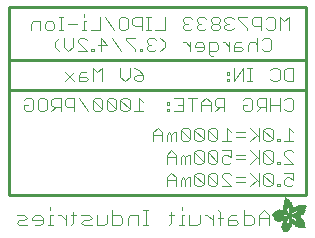
<source format=gbr>
G04 EAGLE Gerber RS-274X export*
G75*
%MOMM*%
%FSLAX34Y34*%
%LPD*%
%INSilkscreen Bottom*%
%IPPOS*%
%AMOC8*
5,1,8,0,0,1.08239X$1,22.5*%
G01*
%ADD10C,0.254000*%
%ADD11C,0.101600*%
%ADD12R,0.063400X0.002600*%
%ADD13R,0.099000X0.002400*%
%ADD14R,0.124400X0.002600*%
%ADD15R,0.144800X0.002400*%
%ADD16R,0.162600X0.002400*%
%ADD17R,0.180200X0.002600*%
%ADD18R,0.193000X0.002400*%
%ADD19R,0.208200X0.002600*%
%ADD20R,0.221000X0.002400*%
%ADD21R,0.233600X0.002400*%
%ADD22R,0.246200X0.002600*%
%ADD23R,0.256600X0.002400*%
%ADD24R,0.266600X0.002600*%
%ADD25R,0.276800X0.002400*%
%ADD26R,0.287000X0.002400*%
%ADD27R,0.297200X0.002600*%
%ADD28R,0.304800X0.002400*%
%ADD29R,0.315000X0.002600*%
%ADD30R,0.322600X0.002400*%
%ADD31R,0.332800X0.002400*%
%ADD32R,0.340400X0.002600*%
%ADD33R,0.350400X0.002400*%
%ADD34R,0.355600X0.002600*%
%ADD35R,0.363200X0.002400*%
%ADD36R,0.370800X0.002400*%
%ADD37R,0.378400X0.002600*%
%ADD38R,0.386000X0.002400*%
%ADD39R,0.391000X0.002600*%
%ADD40R,0.398800X0.002400*%
%ADD41R,0.406400X0.002400*%
%ADD42R,0.411400X0.002600*%
%ADD43R,0.419000X0.002400*%
%ADD44R,0.426600X0.002600*%
%ADD45R,0.431800X0.002400*%
%ADD46R,0.436800X0.002400*%
%ADD47R,0.442000X0.002600*%
%ADD48R,0.447000X0.002400*%
%ADD49R,0.454600X0.002600*%
%ADD50R,0.459600X0.002400*%
%ADD51R,0.467400X0.002400*%
%ADD52R,0.469800X0.002600*%
%ADD53R,0.475000X0.002400*%
%ADD54R,0.482600X0.002600*%
%ADD55R,0.485000X0.002400*%
%ADD56R,0.490200X0.002400*%
%ADD57R,0.495200X0.002600*%
%ADD58R,0.503000X0.002400*%
%ADD59R,0.505400X0.002600*%
%ADD60R,0.510400X0.002400*%
%ADD61R,0.515600X0.002400*%
%ADD62R,0.518000X0.002600*%
%ADD63R,0.523200X0.002400*%
%ADD64R,0.525800X0.002600*%
%ADD65R,0.533400X0.002400*%
%ADD66R,0.538400X0.002400*%
%ADD67R,0.541000X0.002600*%
%ADD68R,0.546000X0.002400*%
%ADD69R,0.548600X0.002600*%
%ADD70R,0.553600X0.002400*%
%ADD71R,0.558800X0.002400*%
%ADD72R,0.561400X0.002600*%
%ADD73R,0.566400X0.002400*%
%ADD74R,0.568800X0.002600*%
%ADD75R,0.574000X0.002400*%
%ADD76R,0.576600X0.002400*%
%ADD77R,0.581600X0.002600*%
%ADD78R,0.584200X0.002400*%
%ADD79R,0.589200X0.002600*%
%ADD80R,0.591800X0.002400*%
%ADD81R,0.596800X0.002400*%
%ADD82R,0.599400X0.002600*%
%ADD83R,0.604400X0.002400*%
%ADD84R,0.604400X0.002600*%
%ADD85R,0.609600X0.002400*%
%ADD86R,0.612200X0.002400*%
%ADD87R,0.617200X0.002600*%
%ADD88R,0.619800X0.002400*%
%ADD89R,0.622200X0.002600*%
%ADD90R,0.627200X0.002400*%
%ADD91R,0.632400X0.002600*%
%ADD92R,0.635000X0.002400*%
%ADD93R,0.640000X0.002600*%
%ADD94R,0.642600X0.002400*%
%ADD95R,0.645000X0.002400*%
%ADD96R,0.647600X0.002600*%
%ADD97R,0.650200X0.002400*%
%ADD98R,0.655200X0.002600*%
%ADD99R,0.657800X0.002400*%
%ADD100R,0.662800X0.002600*%
%ADD101R,0.665400X0.002400*%
%ADD102R,0.668000X0.002600*%
%ADD103R,0.670600X0.002400*%
%ADD104R,0.673000X0.002400*%
%ADD105R,0.678200X0.002600*%
%ADD106R,0.680600X0.002400*%
%ADD107R,0.680600X0.002600*%
%ADD108R,0.685800X0.002400*%
%ADD109R,0.688400X0.002400*%
%ADD110R,0.688400X0.002600*%
%ADD111R,0.693400X0.002400*%
%ADD112R,0.696000X0.002600*%
%ADD113R,0.698400X0.002400*%
%ADD114R,0.703400X0.002600*%
%ADD115R,0.706000X0.002400*%
%ADD116R,0.706000X0.002600*%
%ADD117R,0.711200X0.002400*%
%ADD118R,0.713800X0.002400*%
%ADD119R,0.713800X0.002600*%
%ADD120R,0.716200X0.002400*%
%ADD121R,0.721200X0.002600*%
%ADD122R,0.721200X0.002400*%
%ADD123R,0.723800X0.002400*%
%ADD124R,0.723800X0.002600*%
%ADD125R,0.729000X0.002400*%
%ADD126R,0.731600X0.002600*%
%ADD127R,0.731600X0.002400*%
%ADD128R,0.734000X0.002400*%
%ADD129R,0.736600X0.002600*%
%ADD130R,0.739000X0.002400*%
%ADD131R,0.741600X0.002600*%
%ADD132R,0.741600X0.002400*%
%ADD133R,0.744200X0.002400*%
%ADD134R,0.746600X0.002600*%
%ADD135R,0.749200X0.002400*%
%ADD136R,0.751800X0.002600*%
%ADD137R,0.751800X0.002400*%
%ADD138R,0.754200X0.002400*%
%ADD139R,0.756800X0.002600*%
%ADD140R,0.759400X0.002400*%
%ADD141R,0.759400X0.002600*%
%ADD142R,0.762000X0.002400*%
%ADD143R,0.764600X0.002400*%
%ADD144R,0.764600X0.002600*%
%ADD145R,0.767000X0.002400*%
%ADD146R,0.769600X0.002600*%
%ADD147R,0.772000X0.002400*%
%ADD148R,0.774600X0.002600*%
%ADD149R,0.774600X0.002400*%
%ADD150R,0.777200X0.002600*%
%ADD151R,0.777200X0.002400*%
%ADD152R,0.205600X0.002400*%
%ADD153R,0.779800X0.002400*%
%ADD154R,0.309800X0.002600*%
%ADD155R,0.782400X0.002600*%
%ADD156R,0.381000X0.002400*%
%ADD157R,0.784800X0.002400*%
%ADD158R,0.409000X0.002600*%
%ADD159R,0.784800X0.002600*%
%ADD160R,0.787400X0.002400*%
%ADD161R,0.452000X0.002400*%
%ADD162R,0.790000X0.002600*%
%ADD163R,0.487600X0.002400*%
%ADD164R,0.790000X0.002400*%
%ADD165R,0.502800X0.002600*%
%ADD166R,0.792400X0.002600*%
%ADD167R,0.518000X0.002400*%
%ADD168R,0.792400X0.002400*%
%ADD169R,0.530800X0.002400*%
%ADD170R,0.795000X0.002400*%
%ADD171R,0.795000X0.002600*%
%ADD172R,0.797600X0.002400*%
%ADD173R,0.563800X0.002600*%
%ADD174R,0.797600X0.002600*%
%ADD175R,0.800000X0.002400*%
%ADD176R,0.586600X0.002400*%
%ADD177R,0.596800X0.002600*%
%ADD178R,0.802600X0.002600*%
%ADD179R,0.604600X0.002400*%
%ADD180R,0.805200X0.002400*%
%ADD181R,0.612200X0.002600*%
%ADD182R,0.807600X0.002600*%
%ADD183R,0.622200X0.002400*%
%ADD184R,0.807600X0.002400*%
%ADD185R,0.630000X0.002400*%
%ADD186R,0.810200X0.002400*%
%ADD187R,0.637600X0.002600*%
%ADD188R,0.810200X0.002600*%
%ADD189R,0.647600X0.002400*%
%ADD190R,0.812800X0.002400*%
%ADD191R,0.652800X0.002600*%
%ADD192R,0.812800X0.002600*%
%ADD193R,0.815200X0.002400*%
%ADD194R,0.673000X0.002600*%
%ADD195R,0.815200X0.002600*%
%ADD196R,0.817800X0.002400*%
%ADD197R,0.683200X0.002600*%
%ADD198R,0.817800X0.002600*%
%ADD199R,0.690800X0.002400*%
%ADD200R,0.820400X0.002400*%
%ADD201R,0.696000X0.002400*%
%ADD202R,0.703600X0.002600*%
%ADD203R,0.820400X0.002600*%
%ADD204R,0.708600X0.002400*%
%ADD205R,0.823000X0.002400*%
%ADD206R,0.728800X0.002600*%
%ADD207R,0.825400X0.002600*%
%ADD208R,0.825400X0.002400*%
%ADD209R,0.739000X0.002600*%
%ADD210R,0.828000X0.002600*%
%ADD211R,0.828000X0.002400*%
%ADD212R,0.749200X0.002600*%
%ADD213R,0.830600X0.002600*%
%ADD214R,0.754400X0.002400*%
%ADD215R,0.830600X0.002400*%
%ADD216R,0.833200X0.002600*%
%ADD217R,0.764400X0.002400*%
%ADD218R,0.833200X0.002400*%
%ADD219R,0.835600X0.002600*%
%ADD220R,0.833000X0.002400*%
%ADD221R,0.782400X0.002400*%
%ADD222R,0.835600X0.002400*%
%ADD223R,0.787400X0.002600*%
%ADD224R,0.838200X0.002600*%
%ADD225R,0.789800X0.002400*%
%ADD226R,0.838200X0.002400*%
%ADD227R,0.840600X0.002600*%
%ADD228R,0.797400X0.002400*%
%ADD229R,0.840600X0.002400*%
%ADD230R,0.805200X0.002600*%
%ADD231R,0.840800X0.002600*%
%ADD232R,0.840800X0.002400*%
%ADD233R,0.843200X0.002600*%
%ADD234R,0.843200X0.002400*%
%ADD235R,0.815400X0.002400*%
%ADD236R,0.845800X0.002600*%
%ADD237R,0.845800X0.002400*%
%ADD238R,0.830400X0.002600*%
%ADD239R,0.848200X0.002600*%
%ADD240R,0.848200X0.002400*%
%ADD241R,0.848400X0.002400*%
%ADD242R,0.848400X0.002600*%
%ADD243R,0.850800X0.002400*%
%ADD244R,0.853400X0.002600*%
%ADD245R,0.850800X0.002600*%
%ADD246R,0.856000X0.002400*%
%ADD247R,0.861000X0.002600*%
%ADD248R,0.863600X0.002400*%
%ADD249R,0.866000X0.002600*%
%ADD250R,0.868600X0.002400*%
%ADD251R,0.871200X0.002600*%
%ADD252R,0.873600X0.002400*%
%ADD253R,0.853400X0.002400*%
%ADD254R,0.876200X0.002400*%
%ADD255R,0.876200X0.002600*%
%ADD256R,0.881400X0.002400*%
%ADD257R,0.883800X0.002600*%
%ADD258R,0.886400X0.002400*%
%ADD259R,0.889000X0.002400*%
%ADD260R,0.891600X0.002600*%
%ADD261R,0.891400X0.002400*%
%ADD262R,0.894000X0.002600*%
%ADD263R,0.896600X0.002400*%
%ADD264R,0.899000X0.002400*%
%ADD265R,0.901600X0.002600*%
%ADD266R,0.856000X0.002600*%
%ADD267R,0.904200X0.002400*%
%ADD268R,0.904200X0.002600*%
%ADD269R,0.909200X0.002400*%
%ADD270R,0.911800X0.002400*%
%ADD271R,0.914400X0.002600*%
%ADD272R,0.916800X0.002400*%
%ADD273R,0.919400X0.002600*%
%ADD274R,0.919400X0.002400*%
%ADD275R,0.922000X0.002400*%
%ADD276R,0.924600X0.002600*%
%ADD277R,0.927000X0.002400*%
%ADD278R,0.929600X0.002600*%
%ADD279R,0.932200X0.002400*%
%ADD280R,0.934600X0.002600*%
%ADD281R,0.937200X0.002400*%
%ADD282R,0.939800X0.002600*%
%ADD283R,0.942200X0.002400*%
%ADD284R,0.942400X0.002400*%
%ADD285R,0.944800X0.002600*%
%ADD286R,0.947400X0.002400*%
%ADD287R,0.950000X0.002600*%
%ADD288R,0.952400X0.002400*%
%ADD289R,0.955000X0.002400*%
%ADD290R,0.952400X0.002600*%
%ADD291R,0.957400X0.002600*%
%ADD292R,0.365600X0.002600*%
%ADD293R,0.462200X0.002600*%
%ADD294R,0.960000X0.002400*%
%ADD295R,0.358000X0.002400*%
%ADD296R,0.454600X0.002400*%
%ADD297R,0.962600X0.002400*%
%ADD298R,0.353000X0.002400*%
%ADD299R,0.452200X0.002400*%
%ADD300R,0.965200X0.002600*%
%ADD301R,0.350400X0.002600*%
%ADD302R,0.447000X0.002600*%
%ADD303R,0.965200X0.002400*%
%ADD304R,0.348000X0.002400*%
%ADD305R,0.444400X0.002400*%
%ADD306R,0.967600X0.002600*%
%ADD307R,0.345400X0.002600*%
%ADD308R,0.439400X0.002600*%
%ADD309R,0.970200X0.002400*%
%ADD310R,0.342800X0.002400*%
%ADD311R,0.340200X0.002400*%
%ADD312R,0.972800X0.002600*%
%ADD313R,0.337800X0.002600*%
%ADD314R,0.429200X0.002600*%
%ADD315R,0.972800X0.002400*%
%ADD316R,0.335200X0.002400*%
%ADD317R,0.429200X0.002400*%
%ADD318R,0.975400X0.002600*%
%ADD319R,0.332600X0.002600*%
%ADD320R,0.424200X0.002600*%
%ADD321R,0.977800X0.002400*%
%ADD322R,0.424200X0.002400*%
%ADD323R,0.980400X0.002600*%
%ADD324R,0.330200X0.002600*%
%ADD325R,0.419000X0.002600*%
%ADD326R,0.980400X0.002400*%
%ADD327R,0.327600X0.002400*%
%ADD328R,0.414000X0.002400*%
%ADD329R,0.983000X0.002600*%
%ADD330R,0.327600X0.002600*%
%ADD331R,0.414000X0.002600*%
%ADD332R,0.983000X0.002400*%
%ADD333R,0.325000X0.002400*%
%ADD334R,0.985400X0.002400*%
%ADD335R,0.409000X0.002400*%
%ADD336R,0.988000X0.002600*%
%ADD337R,0.322600X0.002600*%
%ADD338R,0.322400X0.002400*%
%ADD339R,0.320000X0.002600*%
%ADD340R,0.403800X0.002600*%
%ADD341R,0.990600X0.002400*%
%ADD342R,0.317400X0.002400*%
%ADD343R,0.401200X0.002400*%
%ADD344R,0.990600X0.002600*%
%ADD345R,0.317400X0.002600*%
%ADD346R,0.398800X0.002600*%
%ADD347R,0.315000X0.002400*%
%ADD348R,0.396200X0.002400*%
%ADD349R,0.993000X0.002600*%
%ADD350R,0.393600X0.002600*%
%ADD351R,0.993000X0.002400*%
%ADD352R,0.312400X0.002400*%
%ADD353R,0.393600X0.002400*%
%ADD354R,0.312400X0.002600*%
%ADD355R,0.391200X0.002600*%
%ADD356R,0.309800X0.002400*%
%ADD357R,0.388600X0.002400*%
%ADD358R,1.305600X0.002600*%
%ADD359R,0.386000X0.002600*%
%ADD360R,1.300400X0.002400*%
%ADD361R,1.298000X0.002400*%
%ADD362R,0.383400X0.002400*%
%ADD363R,1.298000X0.002600*%
%ADD364R,0.383400X0.002600*%
%ADD365R,1.295400X0.002400*%
%ADD366R,1.292800X0.002600*%
%ADD367R,0.381000X0.002600*%
%ADD368R,1.290200X0.002400*%
%ADD369R,0.378400X0.002400*%
%ADD370R,1.285200X0.002600*%
%ADD371R,1.285200X0.002400*%
%ADD372R,0.373400X0.002400*%
%ADD373R,1.282600X0.002600*%
%ADD374R,0.373400X0.002600*%
%ADD375R,1.282600X0.002400*%
%ADD376R,1.277600X0.002400*%
%ADD377R,1.277600X0.002600*%
%ADD378R,0.368200X0.002600*%
%ADD379R,1.275000X0.002400*%
%ADD380R,0.368200X0.002400*%
%ADD381R,1.272400X0.002600*%
%ADD382R,0.365800X0.002600*%
%ADD383R,1.270000X0.002400*%
%ADD384R,0.365800X0.002400*%
%ADD385R,1.265000X0.002600*%
%ADD386R,0.363200X0.002600*%
%ADD387R,1.265000X0.002400*%
%ADD388R,1.262400X0.002600*%
%ADD389R,0.360600X0.002600*%
%ADD390R,1.259800X0.002400*%
%ADD391R,0.360600X0.002400*%
%ADD392R,1.257200X0.002400*%
%ADD393R,1.257200X0.002600*%
%ADD394R,0.358000X0.002600*%
%ADD395R,1.254800X0.002400*%
%ADD396R,0.355600X0.002400*%
%ADD397R,1.252200X0.002600*%
%ADD398R,1.252200X0.002400*%
%ADD399R,1.247000X0.002400*%
%ADD400R,1.247000X0.002600*%
%ADD401R,0.353000X0.002600*%
%ADD402R,1.242000X0.002600*%
%ADD403R,1.242000X0.002400*%
%ADD404R,1.239400X0.002400*%
%ADD405R,1.237000X0.002600*%
%ADD406R,0.347800X0.002600*%
%ADD407R,1.237000X0.002400*%
%ADD408R,0.347800X0.002400*%
%ADD409R,1.231800X0.002600*%
%ADD410R,1.231800X0.002400*%
%ADD411R,0.345400X0.002400*%
%ADD412R,1.226800X0.002600*%
%ADD413R,1.226800X0.002400*%
%ADD414R,1.224200X0.002600*%
%ADD415R,0.342800X0.002600*%
%ADD416R,1.221600X0.002400*%
%ADD417R,0.340400X0.002400*%
%ADD418R,1.219200X0.002600*%
%ADD419R,1.216600X0.002400*%
%ADD420R,0.337800X0.002400*%
%ADD421R,1.214200X0.002600*%
%ADD422R,1.214200X0.002400*%
%ADD423R,1.209000X0.002400*%
%ADD424R,1.209000X0.002600*%
%ADD425R,0.335200X0.002600*%
%ADD426R,1.206400X0.002600*%
%ADD427R,0.652800X0.002400*%
%ADD428R,0.083800X0.002400*%
%ADD429R,0.505400X0.002400*%
%ADD430R,0.134600X0.002400*%
%ADD431R,0.497800X0.002600*%
%ADD432R,0.332800X0.002600*%
%ADD433R,0.167600X0.002600*%
%ADD434R,0.632400X0.002400*%
%ADD435R,0.330200X0.002400*%
%ADD436R,0.195400X0.002400*%
%ADD437R,0.629800X0.002600*%
%ADD438R,0.223400X0.002600*%
%ADD439R,0.624800X0.002400*%
%ADD440R,0.474800X0.002400*%
%ADD441R,0.246400X0.002400*%
%ADD442R,0.469800X0.002400*%
%ADD443R,0.264000X0.002400*%
%ADD444R,0.619600X0.002600*%
%ADD445R,0.284400X0.002600*%
%ADD446R,0.617200X0.002400*%
%ADD447R,0.457200X0.002400*%
%ADD448R,0.302200X0.002400*%
%ADD449R,0.614600X0.002600*%
%ADD450R,0.452000X0.002600*%
%ADD451R,0.325000X0.002600*%
%ADD452R,0.439400X0.002400*%
%ADD453R,0.609600X0.002600*%
%ADD454R,0.434400X0.002600*%
%ADD455R,0.322400X0.002600*%
%ADD456R,0.602000X0.002400*%
%ADD457R,0.416400X0.002400*%
%ADD458R,0.599400X0.002400*%
%ADD459R,0.408800X0.002400*%
%ADD460R,0.320000X0.002400*%
%ADD461R,0.441800X0.002400*%
%ADD462R,0.401200X0.002600*%
%ADD463R,0.464800X0.002400*%
%ADD464R,0.594200X0.002400*%
%ADD465R,0.591800X0.002600*%
%ADD466R,0.487600X0.002600*%
%ADD467R,0.594400X0.002400*%
%ADD468R,0.495200X0.002400*%
%ADD469R,0.508000X0.002600*%
%ADD470R,0.518200X0.002400*%
%ADD471R,0.589200X0.002400*%
%ADD472R,0.375800X0.002400*%
%ADD473R,0.528400X0.002400*%
%ADD474R,0.370800X0.002600*%
%ADD475R,0.538400X0.002600*%
%ADD476R,0.586600X0.002600*%
%ADD477R,0.556200X0.002600*%
%ADD478R,0.314800X0.002400*%
%ADD479R,0.586800X0.002600*%
%ADD480R,0.584200X0.002600*%
%ADD481R,0.602000X0.002600*%
%ADD482R,0.581600X0.002400*%
%ADD483R,0.619600X0.002400*%
%ADD484R,0.627400X0.002600*%
%ADD485R,0.307200X0.002600*%
%ADD486R,0.642600X0.002600*%
%ADD487R,0.579200X0.002400*%
%ADD488R,0.307400X0.002400*%
%ADD489R,0.579000X0.002600*%
%ADD490R,0.307400X0.002600*%
%ADD491R,0.665400X0.002600*%
%ADD492R,0.307200X0.002400*%
%ADD493R,0.314800X0.002600*%
%ADD494R,0.304800X0.002600*%
%ADD495R,0.576400X0.002400*%
%ADD496R,0.576600X0.002600*%
%ADD497R,0.713600X0.002400*%
%ADD498R,0.574000X0.002600*%
%ADD499R,0.302200X0.002600*%
%ADD500R,0.721400X0.002600*%
%ADD501R,0.299600X0.002400*%
%ADD502R,0.297200X0.002400*%
%ADD503R,0.736600X0.002400*%
%ADD504R,0.292000X0.002600*%
%ADD505R,0.289600X0.002400*%
%ADD506R,0.746800X0.002400*%
%ADD507R,0.571400X0.002600*%
%ADD508R,0.287000X0.002600*%
%ADD509R,0.299800X0.002600*%
%ADD510R,0.754400X0.002600*%
%ADD511R,0.284400X0.002400*%
%ADD512R,1.061800X0.002400*%
%ADD513R,0.571400X0.002400*%
%ADD514R,0.282000X0.002400*%
%ADD515R,1.066800X0.002400*%
%ADD516R,0.279400X0.002600*%
%ADD517R,1.066800X0.002600*%
%ADD518R,1.071800X0.002400*%
%ADD519R,0.274200X0.002600*%
%ADD520R,1.074400X0.002600*%
%ADD521R,0.274200X0.002400*%
%ADD522R,1.076800X0.002400*%
%ADD523R,0.569000X0.002400*%
%ADD524R,0.271800X0.002400*%
%ADD525R,1.079400X0.002400*%
%ADD526R,0.269200X0.002600*%
%ADD527R,1.082000X0.002600*%
%ADD528R,0.266600X0.002400*%
%ADD529R,1.087000X0.002400*%
%ADD530R,0.569000X0.002600*%
%ADD531R,0.264200X0.002600*%
%ADD532R,1.087000X0.002600*%
%ADD533R,0.568800X0.002400*%
%ADD534R,0.261600X0.002400*%
%ADD535R,1.092200X0.002400*%
%ADD536R,0.259000X0.002400*%
%ADD537R,1.094800X0.002400*%
%ADD538R,0.566400X0.002600*%
%ADD539R,0.256600X0.002600*%
%ADD540R,1.097200X0.002600*%
%ADD541R,1.099800X0.002400*%
%ADD542R,0.254000X0.002600*%
%ADD543R,1.104800X0.002600*%
%ADD544R,0.251400X0.002400*%
%ADD545R,1.104800X0.002400*%
%ADD546R,0.248800X0.002400*%
%ADD547R,1.110000X0.002400*%
%ADD548R,0.246400X0.002600*%
%ADD549R,1.112400X0.002600*%
%ADD550R,1.115000X0.002400*%
%ADD551R,1.117600X0.002600*%
%ADD552R,0.563800X0.002400*%
%ADD553R,0.243800X0.002400*%
%ADD554R,1.122600X0.002400*%
%ADD555R,0.241200X0.002400*%
%ADD556R,0.241200X0.002600*%
%ADD557R,1.127800X0.002600*%
%ADD558R,0.238600X0.002400*%
%ADD559R,1.130200X0.002400*%
%ADD560R,0.236200X0.002600*%
%ADD561R,1.132800X0.002600*%
%ADD562R,0.561400X0.002400*%
%ADD563R,1.137800X0.002400*%
%ADD564R,0.561200X0.002400*%
%ADD565R,0.561200X0.002600*%
%ADD566R,0.233600X0.002600*%
%ADD567R,1.143000X0.002600*%
%ADD568R,0.231200X0.002400*%
%ADD569R,1.145600X0.002400*%
%ADD570R,0.231200X0.002600*%
%ADD571R,1.148000X0.002600*%
%ADD572R,0.228600X0.002400*%
%ADD573R,1.153200X0.002400*%
%ADD574R,0.226000X0.002400*%
%ADD575R,0.558800X0.002600*%
%ADD576R,0.228600X0.002600*%
%ADD577R,1.158200X0.002600*%
%ADD578R,1.160800X0.002400*%
%ADD579R,1.165800X0.002600*%
%ADD580R,0.223400X0.002400*%
%ADD581R,1.168400X0.002400*%
%ADD582R,1.171000X0.002400*%
%ADD583R,1.176000X0.002600*%
%ADD584R,0.220800X0.002400*%
%ADD585R,1.176000X0.002400*%
%ADD586R,0.221000X0.002600*%
%ADD587R,1.181000X0.002600*%
%ADD588R,1.186200X0.002400*%
%ADD589R,0.218400X0.002400*%
%ADD590R,1.188600X0.002400*%
%ADD591R,1.193800X0.002600*%
%ADD592R,1.196200X0.002400*%
%ADD593R,1.201400X0.002600*%
%ADD594R,0.556200X0.002400*%
%ADD595R,1.206400X0.002400*%
%ADD596R,0.218400X0.002600*%
%ADD597R,1.221600X0.002600*%
%ADD598R,0.553800X0.002400*%
%ADD599R,0.223600X0.002400*%
%ADD600R,0.553600X0.002600*%
%ADD601R,0.226000X0.002600*%
%ADD602R,0.551200X0.002600*%
%ADD603R,0.231000X0.002600*%
%ADD604R,1.249600X0.002600*%
%ADD605R,0.551200X0.002400*%
%ADD606R,0.236200X0.002400*%
%ADD607R,1.513800X0.002400*%
%ADD608R,1.513800X0.002600*%
%ADD609R,0.551000X0.002400*%
%ADD610R,1.516200X0.002600*%
%ADD611R,1.516400X0.002400*%
%ADD612R,0.551000X0.002600*%
%ADD613R,1.518800X0.002600*%
%ADD614R,1.519000X0.002400*%
%ADD615R,1.519000X0.002600*%
%ADD616R,1.521400X0.002400*%
%ADD617R,1.521400X0.002600*%
%ADD618R,1.524000X0.002400*%
%ADD619R,1.524000X0.002600*%
%ADD620R,1.526400X0.002400*%
%ADD621R,1.526600X0.002600*%
%ADD622R,1.529000X0.002400*%
%ADD623R,1.529000X0.002600*%
%ADD624R,1.531600X0.002400*%
%ADD625R,1.534200X0.002600*%
%ADD626R,1.536600X0.002400*%
%ADD627R,1.539200X0.002600*%
%ADD628R,1.541800X0.002400*%
%ADD629R,1.544200X0.002600*%
%ADD630R,1.549400X0.002400*%
%ADD631R,1.549400X0.002600*%
%ADD632R,1.554400X0.002400*%
%ADD633R,1.557000X0.002400*%
%ADD634R,0.594400X0.002600*%
%ADD635R,1.559400X0.002600*%
%ADD636R,1.564600X0.002400*%
%ADD637R,0.604600X0.002600*%
%ADD638R,1.567200X0.002600*%
%ADD639R,1.572200X0.002400*%
%ADD640R,0.614600X0.002400*%
%ADD641R,1.577200X0.002400*%
%ADD642R,0.525800X0.002400*%
%ADD643R,0.906800X0.002400*%
%ADD644R,1.168400X0.002600*%
%ADD645R,0.889000X0.002600*%
%ADD646R,1.155600X0.002400*%
%ADD647R,1.143000X0.002400*%
%ADD648R,0.866200X0.002400*%
%ADD649R,1.130200X0.002600*%
%ADD650R,1.120000X0.002400*%
%ADD651R,1.110000X0.002600*%
%ADD652R,1.084600X0.002600*%
%ADD653R,1.071800X0.002600*%
%ADD654R,1.064200X0.002400*%
%ADD655R,0.807800X0.002400*%
%ADD656R,1.059200X0.002400*%
%ADD657R,0.802600X0.002400*%
%ADD658R,1.054000X0.002600*%
%ADD659R,0.800000X0.002600*%
%ADD660R,1.049000X0.002400*%
%ADD661R,1.046400X0.002600*%
%ADD662R,1.041400X0.002400*%
%ADD663R,1.038800X0.002400*%
%ADD664R,1.033800X0.002600*%
%ADD665R,1.031200X0.002400*%
%ADD666R,1.028600X0.002600*%
%ADD667R,1.026000X0.002400*%
%ADD668R,0.782200X0.002400*%
%ADD669R,1.026200X0.002400*%
%ADD670R,1.023600X0.002600*%
%ADD671R,0.782200X0.002600*%
%ADD672R,1.021000X0.002400*%
%ADD673R,1.021000X0.002600*%
%ADD674R,1.018400X0.002400*%
%ADD675R,1.018400X0.002600*%
%ADD676R,1.023600X0.002400*%
%ADD677R,1.026200X0.002600*%
%ADD678R,1.028600X0.002400*%
%ADD679R,1.033600X0.002600*%
%ADD680R,0.797400X0.002600*%
%ADD681R,1.033600X0.002400*%
%ADD682R,1.036200X0.002600*%
%ADD683R,1.046400X0.002400*%
%ADD684R,1.049000X0.002600*%
%ADD685R,1.054000X0.002400*%
%ADD686R,1.056600X0.002600*%
%ADD687R,1.061600X0.002400*%
%ADD688R,0.822800X0.002400*%
%ADD689R,1.097200X0.002400*%
%ADD690R,0.858400X0.002600*%
%ADD691R,1.122600X0.002600*%
%ADD692R,0.878800X0.002400*%
%ADD693R,1.140400X0.002400*%
%ADD694R,0.883800X0.002400*%
%ADD695R,0.901600X0.002400*%
%ADD696R,1.170800X0.002600*%
%ADD697R,0.909200X0.002600*%
%ADD698R,1.181000X0.002400*%
%ADD699R,1.196400X0.002400*%
%ADD700R,0.929600X0.002400*%
%ADD701R,1.221800X0.002400*%
%ADD702R,0.949800X0.002400*%
%ADD703R,0.962600X0.002600*%
%ADD704R,0.975400X0.002400*%
%ADD705R,1.272400X0.002400*%
%ADD706R,1.290400X0.002600*%
%ADD707R,1.008200X0.002600*%
%ADD708R,1.318200X0.002400*%
%ADD709R,1.361400X0.002600*%
%ADD710R,2.491600X0.002400*%
%ADD711R,2.494200X0.002400*%
%ADD712R,2.499400X0.002600*%
%ADD713R,2.501800X0.002400*%
%ADD714R,2.504400X0.002600*%
%ADD715R,2.509400X0.002400*%
%ADD716R,2.512000X0.002400*%
%ADD717R,2.517200X0.002600*%
%ADD718R,2.519600X0.002400*%
%ADD719R,2.524800X0.002600*%
%ADD720R,2.527200X0.002400*%
%ADD721R,2.529800X0.002400*%
%ADD722R,2.535000X0.002600*%
%ADD723R,1.673800X0.002400*%
%ADD724R,1.661200X0.002600*%
%ADD725R,1.653400X0.002400*%
%ADD726R,1.645800X0.002400*%
%ADD727R,1.638200X0.002600*%
%ADD728R,1.635800X0.002400*%
%ADD729R,0.779800X0.002600*%
%ADD730R,1.630600X0.002600*%
%ADD731R,1.625600X0.002400*%
%ADD732R,0.772200X0.002400*%
%ADD733R,1.620400X0.002400*%
%ADD734R,1.618000X0.002600*%
%ADD735R,1.612800X0.002400*%
%ADD736R,0.764400X0.002600*%
%ADD737R,1.610200X0.002600*%
%ADD738R,1.607800X0.002400*%
%ADD739R,1.602600X0.002400*%
%ADD740R,0.757000X0.002600*%
%ADD741R,1.600200X0.002600*%
%ADD742R,1.597600X0.002400*%
%ADD743R,1.595000X0.002600*%
%ADD744R,1.592600X0.002400*%
%ADD745R,1.590000X0.002400*%
%ADD746R,0.746800X0.002600*%
%ADD747R,1.587400X0.002600*%
%ADD748R,1.585000X0.002400*%
%ADD749R,0.744200X0.002600*%
%ADD750R,1.582400X0.002600*%
%ADD751R,1.579800X0.002400*%
%ADD752R,1.577200X0.002600*%
%ADD753R,1.574800X0.002400*%
%ADD754R,0.734000X0.002600*%
%ADD755R,1.574800X0.002600*%
%ADD756R,1.338600X0.002400*%
%ADD757R,0.731400X0.002400*%
%ADD758R,1.323200X0.002400*%
%ADD759R,0.731400X0.002600*%
%ADD760R,0.213200X0.002600*%
%ADD761R,1.315600X0.002600*%
%ADD762R,0.210800X0.002400*%
%ADD763R,1.308000X0.002400*%
%ADD764R,0.726400X0.002600*%
%ADD765R,0.210800X0.002600*%
%ADD766R,1.300400X0.002600*%
%ADD767R,0.721400X0.002400*%
%ADD768R,0.208200X0.002400*%
%ADD769R,0.718800X0.002400*%
%ADD770R,0.716200X0.002600*%
%ADD771R,1.267400X0.002400*%
%ADD772R,0.713600X0.002600*%
%ADD773R,1.254800X0.002600*%
%ADD774R,1.249600X0.002400*%
%ADD775R,0.711200X0.002600*%
%ADD776R,1.244600X0.002600*%
%ADD777R,0.706200X0.002400*%
%ADD778R,0.213400X0.002400*%
%ADD779R,0.213200X0.002400*%
%ADD780R,0.215800X0.002600*%
%ADD781R,1.221800X0.002600*%
%ADD782R,0.701000X0.002400*%
%ADD783R,0.215800X0.002400*%
%ADD784R,1.219200X0.002400*%
%ADD785R,1.214000X0.002400*%
%ADD786R,0.701000X0.002600*%
%ADD787R,0.223600X0.002600*%
%ADD788R,1.198800X0.002600*%
%ADD789R,0.695800X0.002400*%
%ADD790R,1.193800X0.002400*%
%ADD791R,1.188800X0.002400*%
%ADD792R,0.695800X0.002600*%
%ADD793R,1.186200X0.002600*%
%ADD794R,0.690800X0.002600*%
%ADD795R,1.178400X0.002600*%
%ADD796R,0.238800X0.002400*%
%ADD797R,1.173400X0.002400*%
%ADD798R,0.688200X0.002400*%
%ADD799R,0.688200X0.002600*%
%ADD800R,1.163200X0.002600*%
%ADD801R,1.158200X0.002400*%
%ADD802R,0.685800X0.002600*%
%ADD803R,1.155600X0.002600*%
%ADD804R,1.150600X0.002400*%
%ADD805R,0.683200X0.002400*%
%ADD806R,1.145400X0.002400*%
%ADD807R,0.256400X0.002400*%
%ADD808R,1.135400X0.002400*%
%ADD809R,0.261600X0.002600*%
%ADD810R,1.127600X0.002400*%
%ADD811R,1.125200X0.002400*%
%ADD812R,1.120000X0.002600*%
%ADD813R,0.678200X0.002400*%
%ADD814R,1.107400X0.002400*%
%ADD815R,0.675600X0.002400*%
%ADD816R,1.102200X0.002400*%
%ADD817R,1.099800X0.002600*%
%ADD818R,0.675600X0.002600*%
%ADD819R,1.089600X0.002600*%
%ADD820R,0.294600X0.002400*%
%ADD821R,1.084400X0.002400*%
%ADD822R,1.082000X0.002400*%
%ADD823R,1.076800X0.002600*%
%ADD824R,1.069200X0.002600*%
%ADD825R,1.051400X0.002400*%
%ADD826R,0.670400X0.002400*%
%ADD827R,0.670600X0.002600*%
%ADD828R,1.031200X0.002600*%
%ADD829R,0.670400X0.002600*%
%ADD830R,1.016000X0.002400*%
%ADD831R,1.010800X0.002600*%
%ADD832R,0.376000X0.002400*%
%ADD833R,1.005800X0.002400*%
%ADD834R,1.000800X0.002600*%
%ADD835R,0.998200X0.002400*%
%ADD836R,0.391200X0.002400*%
%ADD837R,0.396200X0.002600*%
%ADD838R,0.401400X0.002400*%
%ADD839R,0.406400X0.002600*%
%ADD840R,0.977800X0.002600*%
%ADD841R,0.421600X0.002400*%
%ADD842R,0.955000X0.002600*%
%ADD843R,0.950000X0.002400*%
%ADD844R,0.944800X0.002400*%
%ADD845R,0.942200X0.002600*%
%ADD846R,0.467200X0.002400*%
%ADD847R,0.477400X0.002600*%
%ADD848R,0.530800X0.002600*%
%ADD849R,0.906800X0.002600*%
%ADD850R,1.325800X0.002400*%
%ADD851R,0.894000X0.002400*%
%ADD852R,1.325800X0.002600*%
%ADD853R,1.328400X0.002400*%
%ADD854R,1.328400X0.002600*%
%ADD855R,0.881400X0.002600*%
%ADD856R,1.333400X0.002400*%
%ADD857R,1.333400X0.002600*%
%ADD858R,0.863600X0.002600*%
%ADD859R,0.858400X0.002400*%
%ADD860R,1.336000X0.002600*%
%ADD861R,1.338600X0.002600*%
%ADD862R,0.833000X0.002600*%
%ADD863R,1.343600X0.002400*%
%ADD864R,1.343600X0.002600*%
%ADD865R,0.365600X0.002400*%
%ADD866R,1.346200X0.002400*%
%ADD867R,1.348800X0.002600*%
%ADD868R,1.348800X0.002400*%
%ADD869R,1.351200X0.002600*%
%ADD870R,1.351200X0.002400*%
%ADD871R,0.269200X0.002400*%
%ADD872R,1.353800X0.002400*%
%ADD873R,0.249000X0.002400*%
%ADD874R,1.353800X0.002600*%
%ADD875R,0.340200X0.002600*%
%ADD876R,1.356200X0.002400*%
%ADD877R,1.358800X0.002600*%
%ADD878R,0.198200X0.002600*%
%ADD879R,1.358800X0.002400*%
%ADD880R,0.180200X0.002400*%
%ADD881R,0.157400X0.002400*%
%ADD882R,0.132000X0.002600*%
%ADD883R,1.364000X0.002400*%
%ADD884R,0.101600X0.002400*%
%ADD885R,1.364000X0.002600*%
%ADD886R,0.050800X0.002600*%
%ADD887R,1.369000X0.002400*%
%ADD888R,1.369000X0.002600*%
%ADD889R,1.371600X0.002600*%
%ADD890R,1.374200X0.002400*%
%ADD891R,1.376600X0.002600*%
%ADD892R,1.376600X0.002400*%
%ADD893R,1.379200X0.002600*%
%ADD894R,1.381800X0.002400*%
%ADD895R,1.381800X0.002600*%
%ADD896R,1.386800X0.002400*%
%ADD897R,1.386800X0.002600*%
%ADD898R,0.294600X0.002600*%
%ADD899R,1.389200X0.002400*%
%ADD900R,1.389200X0.002600*%
%ADD901R,1.394400X0.002400*%
%ADD902R,0.292000X0.002400*%
%ADD903R,1.394400X0.002600*%
%ADD904R,1.397000X0.002400*%
%ADD905R,1.397000X0.002600*%
%ADD906R,1.402000X0.002400*%
%ADD907R,1.402000X0.002600*%
%ADD908R,0.289600X0.002600*%
%ADD909R,1.404600X0.002400*%
%ADD910R,1.407000X0.002600*%
%ADD911R,1.409600X0.002400*%
%ADD912R,1.412200X0.002600*%
%ADD913R,1.412200X0.002400*%
%ADD914R,1.414800X0.002600*%
%ADD915R,1.417200X0.002400*%
%ADD916R,1.419800X0.002600*%
%ADD917R,1.419800X0.002400*%
%ADD918R,1.422400X0.002400*%
%ADD919R,1.424800X0.002600*%
%ADD920R,1.424800X0.002400*%
%ADD921R,1.051400X0.002600*%
%ADD922R,0.375800X0.002600*%
%ADD923R,1.044000X0.002400*%
%ADD924R,0.383600X0.002400*%
%ADD925R,1.041400X0.002600*%
%ADD926R,0.299600X0.002600*%
%ADD927R,1.038800X0.002600*%
%ADD928R,0.388600X0.002600*%
%ADD929R,1.036200X0.002400*%
%ADD930R,0.398600X0.002600*%
%ADD931R,0.398600X0.002400*%
%ADD932R,1.018600X0.002600*%
%ADD933R,0.403800X0.002400*%
%ADD934R,1.013400X0.002600*%
%ADD935R,1.008400X0.002400*%
%ADD936R,0.411400X0.002400*%
%ADD937R,1.005800X0.002600*%
%ADD938R,1.003200X0.002400*%
%ADD939R,0.421600X0.002600*%
%ADD940R,0.426800X0.002400*%
%ADD941R,0.995600X0.002400*%
%ADD942R,0.441800X0.002600*%
%ADD943R,0.988000X0.002400*%
%ADD944R,0.985400X0.002600*%
%ADD945R,0.975200X0.002400*%
%ADD946R,0.970200X0.002600*%
%ADD947R,0.967600X0.002400*%
%ADD948R,0.960000X0.002600*%
%ADD949R,0.805000X0.002600*%
%ADD950R,0.957400X0.002400*%
%ADD951R,0.947400X0.002600*%
%ADD952R,0.934600X0.002400*%
%ADD953R,0.927000X0.002600*%
%ADD954R,0.924600X0.002400*%
%ADD955R,0.917000X0.002400*%
%ADD956R,0.891400X0.002600*%
%ADD957R,0.861000X0.002400*%
%ADD958R,0.789800X0.002600*%
%ADD959R,0.772200X0.002600*%
%ADD960R,0.772000X0.002600*%
%ADD961R,0.726400X0.002400*%
%ADD962R,0.769600X0.002400*%
%ADD963R,0.718800X0.002600*%
%ADD964R,0.767000X0.002600*%
%ADD965R,0.660400X0.002400*%
%ADD966R,0.650200X0.002600*%
%ADD967R,0.637400X0.002400*%
%ADD968R,0.607000X0.002400*%
%ADD969R,0.535800X0.002400*%
%ADD970R,0.756800X0.002400*%
%ADD971R,0.061000X0.002400*%
%ADD972R,0.746600X0.002400*%
%ADD973R,0.729000X0.002600*%
%ADD974R,0.703600X0.002400*%
%ADD975R,0.698400X0.002600*%
%ADD976R,0.693400X0.002600*%
%ADD977R,0.680800X0.002400*%
%ADD978R,0.680800X0.002600*%
%ADD979R,0.668000X0.002400*%
%ADD980R,0.663000X0.002400*%
%ADD981R,0.663000X0.002600*%
%ADD982R,0.655200X0.002400*%
%ADD983R,0.652600X0.002600*%
%ADD984R,0.652600X0.002400*%
%ADD985R,0.645200X0.002400*%
%ADD986R,0.645200X0.002600*%
%ADD987R,0.640000X0.002400*%
%ADD988R,0.635000X0.002600*%
%ADD989R,0.629800X0.002400*%
%ADD990R,0.627400X0.002400*%
%ADD991R,0.612000X0.002600*%
%ADD992R,0.612000X0.002400*%
%ADD993R,0.607000X0.002600*%
%ADD994R,0.553800X0.002600*%
%ADD995R,0.546000X0.002600*%
%ADD996R,0.543400X0.002400*%
%ADD997R,0.543400X0.002600*%
%ADD998R,0.536000X0.002400*%
%ADD999R,0.536000X0.002600*%
%ADD1000R,0.528200X0.002600*%
%ADD1001R,0.525600X0.002400*%
%ADD1002R,0.520600X0.002600*%
%ADD1003R,0.515600X0.002600*%
%ADD1004R,0.510600X0.002400*%
%ADD1005R,0.502800X0.002400*%
%ADD1006R,0.500400X0.002600*%
%ADD1007R,0.497800X0.002400*%
%ADD1008R,0.492800X0.002400*%
%ADD1009R,0.492800X0.002600*%
%ADD1010R,0.485000X0.002600*%
%ADD1011R,0.482600X0.002400*%
%ADD1012R,0.480000X0.002400*%
%ADD1013R,0.475000X0.002600*%
%ADD1014R,0.472400X0.002400*%
%ADD1015R,0.444400X0.002600*%
%ADD1016R,0.442000X0.002400*%
%ADD1017R,0.436800X0.002600*%
%ADD1018R,0.434200X0.002400*%
%ADD1019R,0.416600X0.002400*%
%ADD1020R,0.358200X0.002400*%
%ADD1021R,0.289400X0.002400*%
%ADD1022R,0.276800X0.002600*%
%ADD1023R,0.256400X0.002600*%
%ADD1024R,0.254000X0.002400*%
%ADD1025R,0.243800X0.002600*%
%ADD1026R,0.231000X0.002400*%
%ADD1027R,0.203200X0.002400*%
%ADD1028R,0.200600X0.002600*%
%ADD1029R,0.195600X0.002400*%
%ADD1030R,0.193000X0.002600*%
%ADD1031R,0.188000X0.002400*%
%ADD1032R,0.182800X0.002400*%
%ADD1033R,0.172600X0.002400*%
%ADD1034R,0.170200X0.002600*%
%ADD1035R,0.167600X0.002400*%
%ADD1036R,0.160000X0.002400*%
%ADD1037R,0.157400X0.002600*%
%ADD1038R,0.152400X0.002400*%
%ADD1039R,0.149800X0.002600*%
%ADD1040R,0.139600X0.002400*%
%ADD1041R,0.137200X0.002600*%
%ADD1042R,0.129400X0.002400*%
%ADD1043R,0.127000X0.002600*%
%ADD1044R,0.124400X0.002400*%
%ADD1045R,0.119400X0.002400*%
%ADD1046R,0.114200X0.002600*%
%ADD1047R,0.109200X0.002400*%
%ADD1048R,0.106600X0.002600*%
%ADD1049R,0.096400X0.002400*%
%ADD1050R,0.094000X0.002600*%
%ADD1051R,0.088800X0.002400*%
%ADD1052R,0.083800X0.002600*%
%ADD1053R,0.078600X0.002400*%
%ADD1054R,0.076200X0.002400*%
%ADD1055R,0.073600X0.002600*%
%ADD1056R,0.066000X0.002400*%
%ADD1057R,0.058400X0.002400*%
%ADD1058R,0.055800X0.002400*%
%ADD1059R,0.048200X0.002600*%
%ADD1060R,0.045600X0.002400*%
%ADD1061R,0.043200X0.002600*%
%ADD1062R,0.038000X0.002400*%
%ADD1063R,0.035600X0.002400*%
%ADD1064R,0.027800X0.002600*%
%ADD1065R,0.025400X0.002400*%
%ADD1066R,0.020200X0.002600*%
%ADD1067R,0.017800X0.002400*%
%ADD1068R,0.015200X0.002400*%
%ADD1069R,0.010000X0.002600*%
%ADD1070R,0.007600X0.002400*%


D10*
X297180Y46990D02*
X45720Y46990D01*
X45720Y135890D01*
X45720Y161290D01*
X45720Y205740D01*
X297180Y205740D01*
X297180Y161290D01*
X297180Y135890D01*
X297180Y46990D01*
X297180Y161290D02*
X45720Y161290D01*
X45720Y135890D02*
X297180Y135890D01*
D11*
X259666Y177893D02*
X261615Y179842D01*
X265513Y179842D01*
X267462Y177893D01*
X267462Y170097D01*
X265513Y168148D01*
X261615Y168148D01*
X259666Y170097D01*
X255768Y168148D02*
X255768Y179842D01*
X253819Y175944D02*
X255768Y173995D01*
X253819Y175944D02*
X249921Y175944D01*
X247972Y173995D01*
X247972Y168148D01*
X242125Y175944D02*
X238227Y175944D01*
X236278Y173995D01*
X236278Y168148D01*
X242125Y168148D01*
X244074Y170097D01*
X242125Y172046D01*
X236278Y172046D01*
X232380Y168148D02*
X232380Y175944D01*
X232380Y172046D02*
X228482Y175944D01*
X226533Y175944D01*
X218737Y164250D02*
X216788Y164250D01*
X214839Y166199D01*
X214839Y175944D01*
X220686Y175944D01*
X222635Y173995D01*
X222635Y170097D01*
X220686Y168148D01*
X214839Y168148D01*
X208992Y168148D02*
X205094Y168148D01*
X208992Y168148D02*
X210941Y170097D01*
X210941Y173995D01*
X208992Y175944D01*
X205094Y175944D01*
X203145Y173995D01*
X203145Y172046D01*
X210941Y172046D01*
X199247Y168148D02*
X199247Y175944D01*
X199247Y172046D02*
X195349Y175944D01*
X193400Y175944D01*
X177808Y172046D02*
X173910Y168148D01*
X177808Y172046D02*
X177808Y175944D01*
X173910Y179842D01*
X170012Y177893D02*
X168063Y179842D01*
X164165Y179842D01*
X162216Y177893D01*
X162216Y175944D01*
X164165Y173995D01*
X166114Y173995D01*
X164165Y173995D02*
X162216Y172046D01*
X162216Y170097D01*
X164165Y168148D01*
X168063Y168148D01*
X170012Y170097D01*
X158318Y170097D02*
X158318Y168148D01*
X158318Y170097D02*
X156369Y170097D01*
X156369Y168148D01*
X158318Y168148D01*
X152471Y179842D02*
X144675Y179842D01*
X144675Y177893D01*
X152471Y170097D01*
X152471Y168148D01*
X140777Y168148D02*
X132981Y179842D01*
X123236Y179842D02*
X123236Y168148D01*
X129083Y173995D02*
X123236Y179842D01*
X121287Y173995D02*
X129083Y173995D01*
X117389Y170097D02*
X117389Y168148D01*
X117389Y170097D02*
X115440Y170097D01*
X115440Y168148D01*
X117389Y168148D01*
X111542Y168148D02*
X103747Y168148D01*
X111542Y168148D02*
X103747Y175944D01*
X103747Y177893D01*
X105696Y179842D01*
X109594Y179842D01*
X111542Y177893D01*
X99849Y179842D02*
X99849Y172046D01*
X95951Y168148D01*
X92053Y172046D01*
X92053Y179842D01*
X84257Y172046D02*
X88155Y168148D01*
X84257Y172046D02*
X84257Y175944D01*
X88155Y179842D01*
X286512Y154442D02*
X286512Y142748D01*
X280665Y142748D01*
X278716Y144697D01*
X278716Y152493D01*
X280665Y154442D01*
X286512Y154442D01*
X268971Y154442D02*
X267022Y152493D01*
X268971Y154442D02*
X272869Y154442D01*
X274818Y152493D01*
X274818Y144697D01*
X272869Y142748D01*
X268971Y142748D01*
X267022Y144697D01*
X251430Y142748D02*
X247532Y142748D01*
X249481Y142748D02*
X249481Y154442D01*
X251430Y154442D02*
X247532Y154442D01*
X243634Y154442D02*
X243634Y142748D01*
X235838Y142748D02*
X243634Y154442D01*
X235838Y154442D02*
X235838Y142748D01*
X231940Y150544D02*
X229991Y150544D01*
X229991Y148595D01*
X231940Y148595D01*
X231940Y150544D01*
X231940Y144697D02*
X229991Y144697D01*
X229991Y142748D01*
X231940Y142748D01*
X231940Y144697D01*
X155614Y152493D02*
X151716Y154442D01*
X155614Y152493D02*
X159512Y148595D01*
X159512Y144697D01*
X157563Y142748D01*
X153665Y142748D01*
X151716Y144697D01*
X151716Y146646D01*
X153665Y148595D01*
X159512Y148595D01*
X147818Y146646D02*
X147818Y154442D01*
X147818Y146646D02*
X143920Y142748D01*
X140022Y146646D01*
X140022Y154442D01*
X124430Y154442D02*
X124430Y142748D01*
X120532Y150544D02*
X124430Y154442D01*
X120532Y150544D02*
X116634Y154442D01*
X116634Y142748D01*
X110787Y150544D02*
X106889Y150544D01*
X104940Y148595D01*
X104940Y142748D01*
X110787Y142748D01*
X112736Y144697D01*
X110787Y146646D01*
X104940Y146646D01*
X101042Y150544D02*
X93246Y142748D01*
X101042Y142748D02*
X93246Y150544D01*
X278716Y127093D02*
X280665Y129042D01*
X284563Y129042D01*
X286512Y127093D01*
X286512Y119297D01*
X284563Y117348D01*
X280665Y117348D01*
X278716Y119297D01*
X274818Y117348D02*
X274818Y129042D01*
X274818Y123195D02*
X267022Y123195D01*
X267022Y129042D02*
X267022Y117348D01*
X263124Y117348D02*
X263124Y129042D01*
X257277Y129042D01*
X255328Y127093D01*
X255328Y123195D01*
X257277Y121246D01*
X263124Y121246D01*
X259226Y121246D02*
X255328Y117348D01*
X243634Y127093D02*
X245583Y129042D01*
X249481Y129042D01*
X251430Y127093D01*
X251430Y119297D01*
X249481Y117348D01*
X245583Y117348D01*
X243634Y119297D01*
X243634Y123195D01*
X247532Y123195D01*
X228042Y117348D02*
X228042Y129042D01*
X222195Y129042D01*
X220246Y127093D01*
X220246Y123195D01*
X222195Y121246D01*
X228042Y121246D01*
X224144Y121246D02*
X220246Y117348D01*
X216348Y117348D02*
X216348Y125144D01*
X212450Y129042D01*
X208552Y125144D01*
X208552Y117348D01*
X208552Y123195D02*
X216348Y123195D01*
X200756Y117348D02*
X200756Y129042D01*
X204654Y129042D02*
X196858Y129042D01*
X192960Y129042D02*
X185164Y129042D01*
X192960Y129042D02*
X192960Y117348D01*
X185164Y117348D01*
X189062Y123195D02*
X192960Y123195D01*
X181266Y125144D02*
X179317Y125144D01*
X179317Y123195D01*
X181266Y123195D01*
X181266Y125144D01*
X181266Y119297D02*
X179317Y119297D01*
X179317Y117348D01*
X181266Y117348D01*
X181266Y119297D01*
X159512Y125144D02*
X155614Y129042D01*
X155614Y117348D01*
X159512Y117348D02*
X151716Y117348D01*
X147818Y119297D02*
X147818Y127093D01*
X145869Y129042D01*
X141971Y129042D01*
X140022Y127093D01*
X140022Y119297D01*
X141971Y117348D01*
X145869Y117348D01*
X147818Y119297D01*
X140022Y127093D01*
X136124Y127093D02*
X136124Y119297D01*
X136124Y127093D02*
X134175Y129042D01*
X130277Y129042D01*
X128328Y127093D01*
X128328Y119297D01*
X130277Y117348D01*
X134175Y117348D01*
X136124Y119297D01*
X128328Y127093D01*
X124430Y127093D02*
X124430Y119297D01*
X124430Y127093D02*
X122481Y129042D01*
X118583Y129042D01*
X116634Y127093D01*
X116634Y119297D01*
X118583Y117348D01*
X122481Y117348D01*
X124430Y119297D01*
X116634Y127093D01*
X112736Y117348D02*
X104940Y129042D01*
X101042Y129042D02*
X101042Y117348D01*
X101042Y129042D02*
X95195Y129042D01*
X93246Y127093D01*
X93246Y123195D01*
X95195Y121246D01*
X101042Y121246D01*
X89348Y117348D02*
X89348Y129042D01*
X83501Y129042D01*
X81552Y127093D01*
X81552Y123195D01*
X83501Y121246D01*
X89348Y121246D01*
X85450Y121246D02*
X81552Y117348D01*
X75705Y129042D02*
X71807Y129042D01*
X75705Y129042D02*
X77654Y127093D01*
X77654Y119297D01*
X75705Y117348D01*
X71807Y117348D01*
X69858Y119297D01*
X69858Y127093D01*
X71807Y129042D01*
X60113Y129042D02*
X58164Y127093D01*
X60113Y129042D02*
X64011Y129042D01*
X65960Y127093D01*
X65960Y119297D01*
X64011Y117348D01*
X60113Y117348D01*
X58164Y119297D01*
X58164Y123195D01*
X62062Y123195D01*
X282614Y103642D02*
X286512Y99744D01*
X282614Y103642D02*
X282614Y91948D01*
X286512Y91948D02*
X278716Y91948D01*
X274818Y91948D02*
X274818Y93897D01*
X272869Y93897D01*
X272869Y91948D01*
X274818Y91948D01*
X268971Y93897D02*
X268971Y101693D01*
X267022Y103642D01*
X263124Y103642D01*
X261175Y101693D01*
X261175Y93897D01*
X263124Y91948D01*
X267022Y91948D01*
X268971Y93897D01*
X261175Y101693D01*
X257277Y103642D02*
X257277Y91948D01*
X257277Y95846D02*
X249481Y103642D01*
X255328Y97795D02*
X249481Y91948D01*
X245583Y95846D02*
X237787Y95846D01*
X237787Y99744D02*
X245583Y99744D01*
X233889Y99744D02*
X229991Y103642D01*
X229991Y91948D01*
X233889Y91948D02*
X226093Y91948D01*
X222195Y93897D02*
X222195Y101693D01*
X220246Y103642D01*
X216348Y103642D01*
X214399Y101693D01*
X214399Y93897D01*
X216348Y91948D01*
X220246Y91948D01*
X222195Y93897D01*
X214399Y101693D01*
X210501Y101693D02*
X210501Y93897D01*
X210501Y101693D02*
X208552Y103642D01*
X204654Y103642D01*
X202705Y101693D01*
X202705Y93897D01*
X204654Y91948D01*
X208552Y91948D01*
X210501Y93897D01*
X202705Y101693D01*
X198807Y101693D02*
X198807Y93897D01*
X198807Y101693D02*
X196858Y103642D01*
X192960Y103642D01*
X191011Y101693D01*
X191011Y93897D01*
X192960Y91948D01*
X196858Y91948D01*
X198807Y93897D01*
X191011Y101693D01*
X187113Y99744D02*
X187113Y91948D01*
X187113Y99744D02*
X185164Y99744D01*
X183215Y97795D01*
X183215Y91948D01*
X183215Y97795D02*
X181266Y99744D01*
X179317Y97795D01*
X179317Y91948D01*
X175419Y91948D02*
X175419Y99744D01*
X171521Y103642D01*
X167623Y99744D01*
X167623Y91948D01*
X167623Y97795D02*
X175419Y97795D01*
X278716Y72898D02*
X286512Y72898D01*
X278716Y80694D01*
X278716Y82643D01*
X280665Y84592D01*
X284563Y84592D01*
X286512Y82643D01*
X274818Y74847D02*
X274818Y72898D01*
X274818Y74847D02*
X272869Y74847D01*
X272869Y72898D01*
X274818Y72898D01*
X268971Y74847D02*
X268971Y82643D01*
X267022Y84592D01*
X263124Y84592D01*
X261175Y82643D01*
X261175Y74847D01*
X263124Y72898D01*
X267022Y72898D01*
X268971Y74847D01*
X261175Y82643D01*
X257277Y84592D02*
X257277Y72898D01*
X257277Y76796D02*
X249481Y84592D01*
X255328Y78745D02*
X249481Y72898D01*
X245583Y76796D02*
X237787Y76796D01*
X237787Y80694D02*
X245583Y80694D01*
X233889Y84592D02*
X226093Y84592D01*
X233889Y84592D02*
X233889Y78745D01*
X229991Y80694D01*
X228042Y80694D01*
X226093Y78745D01*
X226093Y74847D01*
X228042Y72898D01*
X231940Y72898D01*
X233889Y74847D01*
X222195Y74847D02*
X222195Y82643D01*
X220246Y84592D01*
X216348Y84592D01*
X214399Y82643D01*
X214399Y74847D01*
X216348Y72898D01*
X220246Y72898D01*
X222195Y74847D01*
X214399Y82643D01*
X210501Y82643D02*
X210501Y74847D01*
X210501Y82643D02*
X208552Y84592D01*
X204654Y84592D01*
X202705Y82643D01*
X202705Y74847D01*
X204654Y72898D01*
X208552Y72898D01*
X210501Y74847D01*
X202705Y82643D01*
X198807Y80694D02*
X198807Y72898D01*
X198807Y80694D02*
X196858Y80694D01*
X194909Y78745D01*
X194909Y72898D01*
X194909Y78745D02*
X192960Y80694D01*
X191011Y78745D01*
X191011Y72898D01*
X187113Y72898D02*
X187113Y80694D01*
X183215Y84592D01*
X179317Y80694D01*
X179317Y72898D01*
X179317Y78745D02*
X187113Y78745D01*
X278716Y65542D02*
X286512Y65542D01*
X286512Y59695D01*
X282614Y61644D01*
X280665Y61644D01*
X278716Y59695D01*
X278716Y55797D01*
X280665Y53848D01*
X284563Y53848D01*
X286512Y55797D01*
X274818Y55797D02*
X274818Y53848D01*
X274818Y55797D02*
X272869Y55797D01*
X272869Y53848D01*
X274818Y53848D01*
X268971Y55797D02*
X268971Y63593D01*
X267022Y65542D01*
X263124Y65542D01*
X261175Y63593D01*
X261175Y55797D01*
X263124Y53848D01*
X267022Y53848D01*
X268971Y55797D01*
X261175Y63593D01*
X257277Y65542D02*
X257277Y53848D01*
X257277Y57746D02*
X249481Y65542D01*
X255328Y59695D02*
X249481Y53848D01*
X245583Y57746D02*
X237787Y57746D01*
X237787Y61644D02*
X245583Y61644D01*
X233889Y53848D02*
X226093Y53848D01*
X233889Y53848D02*
X226093Y61644D01*
X226093Y63593D01*
X228042Y65542D01*
X231940Y65542D01*
X233889Y63593D01*
X222195Y63593D02*
X222195Y55797D01*
X222195Y63593D02*
X220246Y65542D01*
X216348Y65542D01*
X214399Y63593D01*
X214399Y55797D01*
X216348Y53848D01*
X220246Y53848D01*
X222195Y55797D01*
X214399Y63593D01*
X210501Y63593D02*
X210501Y55797D01*
X210501Y63593D02*
X208552Y65542D01*
X204654Y65542D01*
X202705Y63593D01*
X202705Y55797D01*
X204654Y53848D01*
X208552Y53848D01*
X210501Y55797D01*
X202705Y63593D01*
X198807Y61644D02*
X198807Y53848D01*
X198807Y61644D02*
X196858Y61644D01*
X194909Y59695D01*
X194909Y53848D01*
X194909Y59695D02*
X192960Y61644D01*
X191011Y59695D01*
X191011Y53848D01*
X187113Y53848D02*
X187113Y61644D01*
X183215Y65542D01*
X179317Y61644D01*
X179317Y53848D01*
X179317Y59695D02*
X187113Y59695D01*
X282702Y185928D02*
X282702Y197622D01*
X278804Y193724D01*
X274906Y197622D01*
X274906Y185928D01*
X263212Y195673D02*
X265161Y197622D01*
X269059Y197622D01*
X271008Y195673D01*
X271008Y187877D01*
X269059Y185928D01*
X265161Y185928D01*
X263212Y187877D01*
X259314Y185928D02*
X259314Y197622D01*
X253467Y197622D01*
X251518Y195673D01*
X251518Y191775D01*
X253467Y189826D01*
X259314Y189826D01*
X247620Y197622D02*
X239824Y197622D01*
X239824Y195673D01*
X247620Y187877D01*
X247620Y185928D01*
X235926Y195673D02*
X233977Y197622D01*
X230079Y197622D01*
X228130Y195673D01*
X228130Y193724D01*
X230079Y191775D01*
X232028Y191775D01*
X230079Y191775D02*
X228130Y189826D01*
X228130Y187877D01*
X230079Y185928D01*
X233977Y185928D01*
X235926Y187877D01*
X224232Y195673D02*
X222283Y197622D01*
X218385Y197622D01*
X216436Y195673D01*
X216436Y193724D01*
X218385Y191775D01*
X216436Y189826D01*
X216436Y187877D01*
X218385Y185928D01*
X222283Y185928D01*
X224232Y187877D01*
X224232Y189826D01*
X222283Y191775D01*
X224232Y193724D01*
X224232Y195673D01*
X222283Y191775D02*
X218385Y191775D01*
X212538Y195673D02*
X210589Y197622D01*
X206691Y197622D01*
X204742Y195673D01*
X204742Y193724D01*
X206691Y191775D01*
X208640Y191775D01*
X206691Y191775D02*
X204742Y189826D01*
X204742Y187877D01*
X206691Y185928D01*
X210589Y185928D01*
X212538Y187877D01*
X200844Y195673D02*
X198895Y197622D01*
X194997Y197622D01*
X193048Y195673D01*
X193048Y193724D01*
X194997Y191775D01*
X196946Y191775D01*
X194997Y191775D02*
X193048Y189826D01*
X193048Y187877D01*
X194997Y185928D01*
X198895Y185928D01*
X200844Y187877D01*
X177456Y185928D02*
X177456Y197622D01*
X177456Y185928D02*
X169660Y185928D01*
X165762Y185928D02*
X161864Y185928D01*
X163813Y185928D02*
X163813Y197622D01*
X165762Y197622D02*
X161864Y197622D01*
X157966Y197622D02*
X157966Y185928D01*
X157966Y197622D02*
X152119Y197622D01*
X150170Y195673D01*
X150170Y191775D01*
X152119Y189826D01*
X157966Y189826D01*
X144323Y197622D02*
X140425Y197622D01*
X144323Y197622D02*
X146272Y195673D01*
X146272Y187877D01*
X144323Y185928D01*
X140425Y185928D01*
X138476Y187877D01*
X138476Y195673D01*
X140425Y197622D01*
X134578Y185928D02*
X126782Y197622D01*
X122884Y197622D02*
X122884Y185928D01*
X115088Y185928D01*
X111190Y193724D02*
X109242Y193724D01*
X109242Y185928D01*
X111190Y185928D02*
X107293Y185928D01*
X109242Y197622D02*
X109242Y199571D01*
X103395Y191775D02*
X95599Y191775D01*
X91701Y185928D02*
X87803Y185928D01*
X89752Y185928D02*
X89752Y197622D01*
X91701Y197622D02*
X87803Y197622D01*
X81956Y185928D02*
X78058Y185928D01*
X76109Y187877D01*
X76109Y191775D01*
X78058Y193724D01*
X81956Y193724D01*
X83905Y191775D01*
X83905Y187877D01*
X81956Y185928D01*
X72211Y185928D02*
X72211Y193724D01*
X66364Y193724D01*
X64415Y191775D01*
X64415Y185928D01*
X266192Y29641D02*
X266192Y20828D01*
X266192Y29641D02*
X261786Y34047D01*
X257379Y29641D01*
X257379Y20828D01*
X257379Y27438D02*
X266192Y27438D01*
X244282Y34047D02*
X244282Y20828D01*
X250892Y20828D01*
X253095Y23031D01*
X253095Y27438D01*
X250892Y29641D01*
X244282Y29641D01*
X237794Y29641D02*
X233388Y29641D01*
X231185Y27438D01*
X231185Y20828D01*
X237794Y20828D01*
X239998Y23031D01*
X237794Y25234D01*
X231185Y25234D01*
X224697Y20828D02*
X224697Y31844D01*
X222494Y34047D01*
X222494Y27438D02*
X226900Y27438D01*
X218169Y29641D02*
X218169Y20828D01*
X218169Y25234D02*
X213762Y29641D01*
X211559Y29641D01*
X207254Y29641D02*
X207254Y23031D01*
X205051Y20828D01*
X198442Y20828D01*
X198442Y29641D01*
X194157Y29641D02*
X191954Y29641D01*
X191954Y20828D01*
X194157Y20828D02*
X189751Y20828D01*
X191954Y34047D02*
X191954Y36251D01*
X183222Y31844D02*
X183222Y23031D01*
X181019Y20828D01*
X181019Y29641D02*
X185426Y29641D01*
X163597Y20828D02*
X159190Y20828D01*
X161394Y20828D02*
X161394Y34047D01*
X163597Y34047D02*
X159190Y34047D01*
X154865Y29641D02*
X154865Y20828D01*
X154865Y29641D02*
X148256Y29641D01*
X146053Y27438D01*
X146053Y20828D01*
X132955Y20828D02*
X132955Y34047D01*
X132955Y20828D02*
X139565Y20828D01*
X141768Y23031D01*
X141768Y27438D01*
X139565Y29641D01*
X132955Y29641D01*
X128671Y29641D02*
X128671Y23031D01*
X126468Y20828D01*
X119858Y20828D01*
X119858Y29641D01*
X115574Y20828D02*
X108964Y20828D01*
X106761Y23031D01*
X108964Y25234D01*
X113370Y25234D01*
X115574Y27438D01*
X113370Y29641D01*
X106761Y29641D01*
X100273Y31844D02*
X100273Y23031D01*
X98070Y20828D01*
X98070Y29641D02*
X102476Y29641D01*
X93745Y29641D02*
X93745Y20828D01*
X93745Y25234D02*
X89338Y29641D01*
X87135Y29641D01*
X82831Y29641D02*
X80627Y29641D01*
X80627Y20828D01*
X78424Y20828D02*
X82831Y20828D01*
X80627Y34047D02*
X80627Y36251D01*
X71896Y20828D02*
X67489Y20828D01*
X71896Y20828D02*
X74099Y23031D01*
X74099Y27438D01*
X71896Y29641D01*
X67489Y29641D01*
X65286Y27438D01*
X65286Y25234D01*
X74099Y25234D01*
X61002Y20828D02*
X54392Y20828D01*
X52189Y23031D01*
X54392Y25234D01*
X58799Y25234D01*
X61002Y27438D01*
X58799Y29641D01*
X52189Y29641D01*
D12*
X279553Y15036D03*
D13*
X279579Y15061D03*
D14*
X279579Y15087D03*
D15*
X279578Y15112D03*
D16*
X279591Y15137D03*
D17*
X279604Y15163D03*
D18*
X279617Y15188D03*
D19*
X279642Y15214D03*
D20*
X279629Y15239D03*
D21*
X279642Y15264D03*
D22*
X279655Y15290D03*
D23*
X279680Y15315D03*
D24*
X279680Y15341D03*
D25*
X279680Y15366D03*
D26*
X279705Y15391D03*
D27*
X279705Y15417D03*
D28*
X279718Y15442D03*
D29*
X279718Y15468D03*
D30*
X279731Y15493D03*
D31*
X279756Y15518D03*
D32*
X279769Y15544D03*
D33*
X279769Y15569D03*
D34*
X279769Y15595D03*
D35*
X279782Y15620D03*
D36*
X279794Y15645D03*
D37*
X279807Y15671D03*
D38*
X279820Y15696D03*
D39*
X279820Y15722D03*
D40*
X279832Y15747D03*
D41*
X279845Y15772D03*
D42*
X279845Y15798D03*
D43*
X279858Y15823D03*
D44*
X279871Y15849D03*
D45*
X279870Y15874D03*
D46*
X279896Y15899D03*
D47*
X279896Y15925D03*
D48*
X279896Y15950D03*
D49*
X279909Y15976D03*
D50*
X279909Y16001D03*
D51*
X279921Y16026D03*
D52*
X279934Y16052D03*
D53*
X279934Y16077D03*
D54*
X279947Y16103D03*
D55*
X279960Y16128D03*
D56*
X279959Y16153D03*
D57*
X279960Y16179D03*
D58*
X279972Y16204D03*
D59*
X279985Y16230D03*
D60*
X279985Y16255D03*
D61*
X279985Y16280D03*
D62*
X279998Y16306D03*
D63*
X279998Y16331D03*
D64*
X280010Y16357D03*
D65*
X280023Y16382D03*
D66*
X280023Y16407D03*
D67*
X280036Y16433D03*
D68*
X280036Y16458D03*
D69*
X280048Y16484D03*
D70*
X280049Y16509D03*
D71*
X280048Y16534D03*
D72*
X280061Y16560D03*
D73*
X280061Y16585D03*
D74*
X280074Y16611D03*
D75*
X280074Y16636D03*
D76*
X280086Y16661D03*
D77*
X280087Y16687D03*
D78*
X280099Y16712D03*
D79*
X280099Y16738D03*
D80*
X280112Y16763D03*
D81*
X280112Y16788D03*
D82*
X280125Y16814D03*
D83*
X280125Y16839D03*
D84*
X280125Y16865D03*
D85*
X280124Y16890D03*
D86*
X280137Y16915D03*
D87*
X280137Y16941D03*
D88*
X280150Y16966D03*
D89*
X280163Y16992D03*
D90*
X280163Y17017D03*
X280163Y17042D03*
D91*
X280163Y17068D03*
D92*
X280175Y17093D03*
D93*
X280176Y17119D03*
D94*
X280188Y17144D03*
D95*
X280201Y17169D03*
D96*
X280188Y17195D03*
D97*
X280201Y17220D03*
D98*
X280201Y17246D03*
D99*
X280214Y17271D03*
X280214Y17296D03*
D100*
X280214Y17322D03*
D101*
X280226Y17347D03*
D102*
X280239Y17373D03*
D103*
X280226Y17398D03*
D104*
X280239Y17423D03*
D105*
X280239Y17449D03*
D106*
X280252Y17474D03*
D107*
X280252Y17500D03*
D108*
X280251Y17525D03*
D109*
X280264Y17550D03*
D110*
X280264Y17576D03*
D111*
X280264Y17601D03*
D112*
X280277Y17627D03*
D113*
X280290Y17652D03*
X280290Y17677D03*
D114*
X280290Y17703D03*
D115*
X280303Y17728D03*
D116*
X280303Y17754D03*
D117*
X280302Y17779D03*
D118*
X280315Y17804D03*
D119*
X280315Y17830D03*
D120*
X280328Y17855D03*
D121*
X280328Y17881D03*
D122*
X280328Y17906D03*
D123*
X280341Y17931D03*
D124*
X280341Y17957D03*
D125*
X280340Y17982D03*
D126*
X280353Y18008D03*
D127*
X280353Y18033D03*
D128*
X280366Y18058D03*
D129*
X280353Y18084D03*
D130*
X280366Y18109D03*
D131*
X280379Y18135D03*
D132*
X280379Y18160D03*
D133*
X280391Y18185D03*
D134*
X280379Y18211D03*
D135*
X280392Y18236D03*
D136*
X280404Y18262D03*
D137*
X280404Y18287D03*
D138*
X280417Y18312D03*
D139*
X280404Y18338D03*
D140*
X280417Y18363D03*
D141*
X280417Y18389D03*
D142*
X280429Y18414D03*
D143*
X280442Y18439D03*
D144*
X280442Y18465D03*
D145*
X280455Y18490D03*
D146*
X280442Y18516D03*
D147*
X280455Y18541D03*
X280455Y18566D03*
D148*
X280468Y18592D03*
D149*
X280468Y18617D03*
D150*
X280480Y18643D03*
D151*
X280480Y18668D03*
D152*
X294463Y18693D03*
D153*
X280493Y18693D03*
D154*
X294501Y18719D03*
D155*
X280480Y18719D03*
D156*
X294501Y18744D03*
D157*
X280493Y18744D03*
D158*
X294361Y18770D03*
D159*
X280493Y18770D03*
D45*
X294247Y18795D03*
D160*
X280505Y18795D03*
D161*
X294146Y18820D03*
D160*
X280505Y18820D03*
D52*
X294031Y18846D03*
D162*
X280518Y18846D03*
D163*
X293942Y18871D03*
D164*
X280518Y18871D03*
D165*
X293866Y18897D03*
D166*
X280531Y18897D03*
D167*
X293790Y18922D03*
D168*
X280531Y18922D03*
D169*
X293726Y18947D03*
D170*
X280544Y18947D03*
D67*
X293650Y18973D03*
D171*
X280544Y18973D03*
D70*
X293587Y18998D03*
D172*
X280556Y18998D03*
D173*
X293536Y19024D03*
D174*
X280556Y19024D03*
D76*
X293472Y19049D03*
D175*
X280569Y19049D03*
D176*
X293422Y19074D03*
D175*
X280569Y19074D03*
D177*
X293371Y19100D03*
D178*
X280582Y19100D03*
D179*
X293307Y19125D03*
D180*
X280569Y19125D03*
D181*
X293269Y19151D03*
D182*
X280582Y19151D03*
D183*
X293219Y19176D03*
D184*
X280582Y19176D03*
D185*
X293180Y19201D03*
D186*
X280595Y19201D03*
D187*
X293142Y19227D03*
D188*
X280595Y19227D03*
D189*
X293092Y19252D03*
D190*
X280607Y19252D03*
D191*
X293040Y19278D03*
D192*
X280607Y19278D03*
D99*
X293015Y19303D03*
D193*
X280620Y19303D03*
D101*
X292977Y19328D03*
D193*
X280620Y19328D03*
D194*
X292939Y19354D03*
D195*
X280620Y19354D03*
D106*
X292901Y19379D03*
D196*
X280633Y19379D03*
D197*
X292863Y19405D03*
D198*
X280633Y19405D03*
D199*
X292825Y19430D03*
D200*
X280645Y19430D03*
D201*
X292799Y19455D03*
D200*
X280645Y19455D03*
D202*
X292761Y19481D03*
D203*
X280671Y19481D03*
D204*
X292736Y19506D03*
D200*
X280671Y19506D03*
D119*
X292710Y19532D03*
D203*
X280671Y19532D03*
D120*
X292672Y19557D03*
D205*
X280683Y19557D03*
D123*
X292634Y19582D03*
D205*
X280683Y19582D03*
D206*
X292609Y19608D03*
D207*
X280696Y19608D03*
D128*
X292583Y19633D03*
D208*
X280696Y19633D03*
D209*
X292558Y19659D03*
D210*
X280709Y19659D03*
D133*
X292532Y19684D03*
D211*
X280709Y19684D03*
D133*
X292507Y19709D03*
D211*
X280709Y19709D03*
D212*
X292482Y19735D03*
D213*
X280721Y19735D03*
D214*
X292456Y19760D03*
D215*
X280721Y19760D03*
D141*
X292431Y19786D03*
D216*
X280734Y19786D03*
D217*
X292406Y19811D03*
D218*
X280734Y19811D03*
D145*
X292393Y19836D03*
D218*
X280734Y19836D03*
D146*
X292355Y19862D03*
D219*
X280747Y19862D03*
D149*
X292330Y19887D03*
D220*
X280760Y19887D03*
D150*
X292317Y19913D03*
D219*
X280772Y19913D03*
D221*
X292291Y19938D03*
D222*
X280772Y19938D03*
D157*
X292279Y19963D03*
D222*
X280772Y19963D03*
D223*
X292240Y19989D03*
D224*
X280785Y19989D03*
D225*
X292228Y20014D03*
D226*
X280785Y20014D03*
D171*
X292202Y20040D03*
D227*
X280798Y20040D03*
D228*
X292190Y20065D03*
D229*
X280798Y20065D03*
D175*
X292177Y20090D03*
D226*
X280810Y20090D03*
D230*
X292151Y20116D03*
D231*
X280823Y20116D03*
D180*
X292126Y20141D03*
D232*
X280823Y20141D03*
D182*
X292114Y20167D03*
D233*
X280836Y20167D03*
D190*
X292088Y20192D03*
D234*
X280836Y20192D03*
D235*
X292075Y20217D03*
D234*
X280836Y20217D03*
D198*
X292063Y20243D03*
D236*
X280848Y20243D03*
D200*
X292050Y20268D03*
D234*
X280861Y20268D03*
D203*
X292024Y20294D03*
D233*
X280861Y20294D03*
D208*
X291999Y20319D03*
D237*
X280874Y20319D03*
D211*
X291986Y20344D03*
D237*
X280874Y20344D03*
D238*
X291974Y20370D03*
D239*
X280887Y20370D03*
D220*
X291961Y20395D03*
D240*
X280887Y20395D03*
D219*
X291948Y20421D03*
D236*
X280899Y20421D03*
D222*
X291923Y20446D03*
D241*
X280912Y20446D03*
D226*
X291910Y20471D03*
D241*
X280912Y20471D03*
D233*
X291885Y20497D03*
D242*
X280912Y20497D03*
D237*
X291872Y20522D03*
D243*
X280925Y20522D03*
D242*
X291859Y20548D03*
X280937Y20548D03*
D243*
X291847Y20573D03*
D241*
X280937Y20573D03*
D243*
X291822Y20598D03*
X280950Y20598D03*
D244*
X291809Y20624D03*
D245*
X280950Y20624D03*
D246*
X291796Y20649D03*
D243*
X280950Y20649D03*
D247*
X291771Y20675D03*
D245*
X280976Y20675D03*
D248*
X291758Y20700D03*
D243*
X280976Y20700D03*
D248*
X291732Y20725D03*
D243*
X280976Y20725D03*
D249*
X291720Y20751D03*
D244*
X280988Y20751D03*
D250*
X291707Y20776D03*
D243*
X281001Y20776D03*
D251*
X291694Y20802D03*
D245*
X281001Y20802D03*
D252*
X291682Y20827D03*
D253*
X281014Y20827D03*
D254*
X291669Y20852D03*
D253*
X281014Y20852D03*
D255*
X291644Y20878D03*
D245*
X281027Y20878D03*
D256*
X291618Y20903D03*
D253*
X281039Y20903D03*
D257*
X291606Y20929D03*
D244*
X281039Y20929D03*
D258*
X291593Y20954D03*
D253*
X281039Y20954D03*
D259*
X291580Y20979D03*
D253*
X281064Y20979D03*
D260*
X291567Y21005D03*
D244*
X281064Y21005D03*
D261*
X291542Y21030D03*
D253*
X281064Y21030D03*
D262*
X291529Y21056D03*
D244*
X281090Y21056D03*
D263*
X291516Y21081D03*
D253*
X281090Y21081D03*
D264*
X291504Y21106D03*
D253*
X281090Y21106D03*
D265*
X291491Y21132D03*
D266*
X281102Y21132D03*
D267*
X291478Y21157D03*
D253*
X281115Y21157D03*
D268*
X291453Y21183D03*
D244*
X281115Y21183D03*
D269*
X291428Y21208D03*
D246*
X281128Y21208D03*
D270*
X291415Y21233D03*
D253*
X281141Y21233D03*
D271*
X291402Y21259D03*
D244*
X281141Y21259D03*
D272*
X291390Y21284D03*
D253*
X281141Y21284D03*
D273*
X291377Y21310D03*
D244*
X281166Y21310D03*
D274*
X291352Y21335D03*
D253*
X281166Y21335D03*
D275*
X291339Y21360D03*
D253*
X281166Y21360D03*
D276*
X291326Y21386D03*
D244*
X281191Y21386D03*
D277*
X291314Y21411D03*
D253*
X281191Y21411D03*
D278*
X291301Y21437D03*
D244*
X281191Y21437D03*
D279*
X291288Y21462D03*
D253*
X281217Y21462D03*
D279*
X291262Y21487D03*
D253*
X281217Y21487D03*
D280*
X291250Y21513D03*
D244*
X281217Y21513D03*
D281*
X291237Y21538D03*
D243*
X281230Y21538D03*
D282*
X291224Y21564D03*
D244*
X281242Y21564D03*
D283*
X291212Y21589D03*
D253*
X281242Y21589D03*
D284*
X291186Y21614D03*
D243*
X281255Y21614D03*
D285*
X291174Y21640D03*
D244*
X281268Y21640D03*
D286*
X291161Y21665D03*
D253*
X281268Y21665D03*
D287*
X291148Y21691D03*
D245*
X281281Y21691D03*
D288*
X291136Y21716D03*
D243*
X281281Y21716D03*
D289*
X291123Y21741D03*
D243*
X281306Y21741D03*
D290*
X291110Y21767D03*
D245*
X281306Y21767D03*
D289*
X291097Y21792D03*
D243*
X281306Y21792D03*
D291*
X291085Y21818D03*
D292*
X283757Y21818D03*
D293*
X279388Y21818D03*
D294*
X291072Y21843D03*
D295*
X283795Y21843D03*
D296*
X279350Y21843D03*
D297*
X291059Y21868D03*
D298*
X283820Y21868D03*
D299*
X279337Y21868D03*
D300*
X291046Y21894D03*
D301*
X283833Y21894D03*
D302*
X279337Y21894D03*
D303*
X291021Y21919D03*
D304*
X283871Y21919D03*
D305*
X279325Y21919D03*
D306*
X291009Y21945D03*
D307*
X283884Y21945D03*
D308*
X279324Y21945D03*
D309*
X290996Y21970D03*
D310*
X283897Y21970D03*
D46*
X279312Y21970D03*
D309*
X290996Y21995D03*
D311*
X283935Y21995D03*
D45*
X279312Y21995D03*
D312*
X290983Y22021D03*
D313*
X283947Y22021D03*
D314*
X279299Y22021D03*
D315*
X290958Y22046D03*
D316*
X283960Y22046D03*
D317*
X279299Y22046D03*
D318*
X290945Y22072D03*
D319*
X283973Y22072D03*
D320*
X279299Y22072D03*
D321*
X290933Y22097D03*
D31*
X283998Y22097D03*
D322*
X279299Y22097D03*
D321*
X290933Y22122D03*
D31*
X283998Y22122D03*
D43*
X279299Y22122D03*
D323*
X290920Y22148D03*
D324*
X284011Y22148D03*
D325*
X279299Y22148D03*
D326*
X290894Y22173D03*
D327*
X284024Y22173D03*
D328*
X279299Y22173D03*
D329*
X290881Y22199D03*
D330*
X284049Y22199D03*
D331*
X279299Y22199D03*
D332*
X290881Y22224D03*
D333*
X284062Y22224D03*
D328*
X279299Y22224D03*
D334*
X290869Y22249D03*
D30*
X284074Y22249D03*
D335*
X279299Y22249D03*
D336*
X290856Y22275D03*
D337*
X284074Y22275D03*
D158*
X279299Y22275D03*
D334*
X290844Y22300D03*
D338*
X284100Y22300D03*
D41*
X279312Y22300D03*
D336*
X290831Y22326D03*
D339*
X284112Y22326D03*
D340*
X279299Y22326D03*
D341*
X290818Y22351D03*
D342*
X284125Y22351D03*
D343*
X279312Y22351D03*
D341*
X290818Y22376D03*
D342*
X284125Y22376D03*
D343*
X279312Y22376D03*
D344*
X290792Y22402D03*
D345*
X284151Y22402D03*
D346*
X279324Y22402D03*
D341*
X290792Y22427D03*
D347*
X284163Y22427D03*
D348*
X279312Y22427D03*
D349*
X290780Y22453D03*
D29*
X284163Y22453D03*
D350*
X279325Y22453D03*
D351*
X290780Y22478D03*
D352*
X284176Y22478D03*
D353*
X279325Y22478D03*
D351*
X290755Y22503D03*
D352*
X284201Y22503D03*
D353*
X279325Y22503D03*
D349*
X290755Y22529D03*
D354*
X284201Y22529D03*
D355*
X279337Y22529D03*
D351*
X290755Y22554D03*
D356*
X284214Y22554D03*
D357*
X279324Y22554D03*
D358*
X289192Y22580D03*
D359*
X279337Y22580D03*
D360*
X289193Y22605D03*
D38*
X279337Y22605D03*
D361*
X289205Y22630D03*
D362*
X279350Y22630D03*
D363*
X289205Y22656D03*
D364*
X279350Y22656D03*
D365*
X289218Y22681D03*
D156*
X279362Y22681D03*
D366*
X289205Y22707D03*
D367*
X279362Y22707D03*
D368*
X289218Y22732D03*
D369*
X279375Y22732D03*
D368*
X289218Y22757D03*
D369*
X279375Y22757D03*
D370*
X289218Y22783D03*
D37*
X279375Y22783D03*
D371*
X289218Y22808D03*
D372*
X279375Y22808D03*
D373*
X289231Y22834D03*
D374*
X279375Y22834D03*
D375*
X289231Y22859D03*
D36*
X279388Y22859D03*
D376*
X289230Y22884D03*
D36*
X279388Y22884D03*
D377*
X289230Y22910D03*
D378*
X279401Y22910D03*
D379*
X289243Y22935D03*
D380*
X279401Y22935D03*
D381*
X289231Y22961D03*
D382*
X279413Y22961D03*
D383*
X289243Y22986D03*
D384*
X279413Y22986D03*
D383*
X289243Y23011D03*
D35*
X279426Y23011D03*
D385*
X289243Y23037D03*
D386*
X279426Y23037D03*
D387*
X289243Y23062D03*
D35*
X279426Y23062D03*
D388*
X289256Y23088D03*
D389*
X279439Y23088D03*
D390*
X289243Y23113D03*
D391*
X279439Y23113D03*
D392*
X289256Y23138D03*
D295*
X279452Y23138D03*
D393*
X289256Y23164D03*
D394*
X279452Y23164D03*
D395*
X289243Y23189D03*
D396*
X279464Y23189D03*
D397*
X289256Y23215D03*
D34*
X279464Y23215D03*
D398*
X289256Y23240D03*
D396*
X279489Y23240D03*
D399*
X289256Y23265D03*
D396*
X279489Y23265D03*
D400*
X289256Y23291D03*
D401*
X279502Y23291D03*
D399*
X289256Y23316D03*
D298*
X279502Y23316D03*
D402*
X289256Y23342D03*
D301*
X279515Y23342D03*
D403*
X289256Y23367D03*
D33*
X279515Y23367D03*
D404*
X289269Y23392D03*
D33*
X279515Y23392D03*
D405*
X289256Y23418D03*
D406*
X279528Y23418D03*
D407*
X289256Y23443D03*
D408*
X279528Y23443D03*
D409*
X289256Y23469D03*
D307*
X279540Y23469D03*
D410*
X289256Y23494D03*
D411*
X279540Y23494D03*
D410*
X289256Y23519D03*
D310*
X279553Y23519D03*
D412*
X289256Y23545D03*
D307*
X279566Y23545D03*
D413*
X289256Y23570D03*
D310*
X279579Y23570D03*
D414*
X289243Y23596D03*
D415*
X279579Y23596D03*
D416*
X289256Y23621D03*
D417*
X279591Y23621D03*
D416*
X289256Y23646D03*
D417*
X279591Y23646D03*
D418*
X289243Y23672D03*
D313*
X279604Y23672D03*
D419*
X289256Y23697D03*
D420*
X279604Y23697D03*
D421*
X289243Y23723D03*
D313*
X279629Y23723D03*
D422*
X289243Y23748D03*
D420*
X279629Y23748D03*
D423*
X289243Y23773D03*
D316*
X279642Y23773D03*
D424*
X289243Y23799D03*
D425*
X279642Y23799D03*
D423*
X289243Y23824D03*
D316*
X279642Y23824D03*
D426*
X289231Y23850D03*
D319*
X279655Y23850D03*
D427*
X291999Y23875D03*
D61*
X285801Y23875D03*
D316*
X279668Y23875D03*
D428*
X274143Y23875D03*
D94*
X292024Y23900D03*
D429*
X285751Y23900D03*
D31*
X279680Y23900D03*
D430*
X274168Y23900D03*
D93*
X292037Y23926D03*
D431*
X285713Y23926D03*
D432*
X279680Y23926D03*
D433*
X274181Y23926D03*
D434*
X292050Y23951D03*
D163*
X285687Y23951D03*
D435*
X279693Y23951D03*
D436*
X274194Y23951D03*
D437*
X292063Y23977D03*
D54*
X285662Y23977D03*
D324*
X279693Y23977D03*
D438*
X274207Y23977D03*
D439*
X292063Y24002D03*
D440*
X285624Y24002D03*
D327*
X279706Y24002D03*
D441*
X274219Y24002D03*
D183*
X292076Y24027D03*
D442*
X285599Y24027D03*
D435*
X279718Y24027D03*
D443*
X274232Y24027D03*
D444*
X292063Y24053D03*
D293*
X285586Y24053D03*
D330*
X279731Y24053D03*
D445*
X274257Y24053D03*
D446*
X292075Y24078D03*
D447*
X285560Y24078D03*
D327*
X279731Y24078D03*
D448*
X274270Y24078D03*
D449*
X292063Y24104D03*
D450*
X285535Y24104D03*
D451*
X279744Y24104D03*
D339*
X274283Y24104D03*
D86*
X292075Y24129D03*
D305*
X285522Y24129D03*
D327*
X279756Y24129D03*
D316*
X274283Y24129D03*
D85*
X292062Y24154D03*
D452*
X285497Y24154D03*
D333*
X279769Y24154D03*
D33*
X274308Y24154D03*
D453*
X292062Y24180D03*
D454*
X285471Y24180D03*
D451*
X279769Y24180D03*
D386*
X274321Y24180D03*
D83*
X292063Y24205D03*
D45*
X285458Y24205D03*
D338*
X279782Y24205D03*
D156*
X274333Y24205D03*
D84*
X292063Y24231D03*
D320*
X285446Y24231D03*
D455*
X279782Y24231D03*
D350*
X274346Y24231D03*
D456*
X292050Y24256D03*
D43*
X285421Y24256D03*
D30*
X279807Y24256D03*
D41*
X274359Y24256D03*
D456*
X292050Y24281D03*
D457*
X285408Y24281D03*
D30*
X279807Y24281D03*
D43*
X274372Y24281D03*
D82*
X292037Y24307D03*
D42*
X285383Y24307D03*
D339*
X279820Y24307D03*
D314*
X274397Y24307D03*
D458*
X292037Y24332D03*
D459*
X285370Y24332D03*
D460*
X279820Y24332D03*
D461*
X274410Y24332D03*
D177*
X292025Y24358D03*
D462*
X285357Y24358D03*
D339*
X279845Y24358D03*
D49*
X274422Y24358D03*
D81*
X292025Y24383D03*
D40*
X285344Y24383D03*
D460*
X279845Y24383D03*
D463*
X274422Y24383D03*
D464*
X292012Y24408D03*
D353*
X285319Y24408D03*
D342*
X279858Y24408D03*
D440*
X274448Y24408D03*
D465*
X291999Y24434D03*
D355*
X285306Y24434D03*
D345*
X279858Y24434D03*
D466*
X274461Y24434D03*
D467*
X291986Y24459D03*
D38*
X285306Y24459D03*
D342*
X279884Y24459D03*
D468*
X274473Y24459D03*
D465*
X291974Y24485D03*
D367*
X285281Y24485D03*
D345*
X279884Y24485D03*
D469*
X274486Y24485D03*
D80*
X291974Y24510D03*
D369*
X285268Y24510D03*
D347*
X279896Y24510D03*
D470*
X274511Y24510D03*
D471*
X291961Y24535D03*
D472*
X285256Y24535D03*
D342*
X279909Y24535D03*
D473*
X274511Y24535D03*
D79*
X291961Y24561D03*
D474*
X285230Y24561D03*
D29*
X279921Y24561D03*
D475*
X274537Y24561D03*
D471*
X291936Y24586D03*
D384*
X285230Y24586D03*
D347*
X279921Y24586D03*
D68*
X274550Y24586D03*
D476*
X291923Y24612D03*
D386*
X285217Y24612D03*
D354*
X279934Y24612D03*
D477*
X274549Y24612D03*
D176*
X291923Y24637D03*
D391*
X285205Y24637D03*
D478*
X279947Y24637D03*
D73*
X274575Y24637D03*
D176*
X291898Y24662D03*
D396*
X285179Y24662D03*
D352*
X279959Y24662D03*
D75*
X274587Y24662D03*
D476*
X291898Y24688D03*
D401*
X285167Y24688D03*
D354*
X279959Y24688D03*
D479*
X274600Y24688D03*
D78*
X291885Y24713D03*
D33*
X285154Y24713D03*
D352*
X279985Y24713D03*
D464*
X274613Y24713D03*
D480*
X291859Y24739D03*
D307*
X285154Y24739D03*
D354*
X279985Y24739D03*
D481*
X274625Y24739D03*
D78*
X291859Y24764D03*
D310*
X285141Y24764D03*
D356*
X279998Y24764D03*
D85*
X274638Y24764D03*
D482*
X291847Y24789D03*
D417*
X285128Y24789D03*
D356*
X279998Y24789D03*
D483*
X274664Y24789D03*
D77*
X291821Y24815D03*
D313*
X285116Y24815D03*
D154*
X280023Y24815D03*
D484*
X274676Y24815D03*
D482*
X291821Y24840D03*
D31*
X285090Y24840D03*
D356*
X280023Y24840D03*
D92*
X274689Y24840D03*
D77*
X291796Y24866D03*
D324*
X285077Y24866D03*
D485*
X280036Y24866D03*
D486*
X274702Y24866D03*
D487*
X291783Y24891D03*
D327*
X285065Y24891D03*
D356*
X280049Y24891D03*
D97*
X274714Y24891D03*
D482*
X291771Y24916D03*
D30*
X285065Y24916D03*
D488*
X280061Y24916D03*
D99*
X274727Y24916D03*
D489*
X291758Y24942D03*
D339*
X285052Y24942D03*
D490*
X280061Y24942D03*
D491*
X274740Y24942D03*
D76*
X291745Y24967D03*
D342*
X285040Y24967D03*
D492*
X280087Y24967D03*
D104*
X274753Y24967D03*
D489*
X291733Y24993D03*
D493*
X285027Y24993D03*
D494*
X280099Y24993D03*
D197*
X274778Y24993D03*
D495*
X291720Y25018D03*
D352*
X285014Y25018D03*
D492*
X280112Y25018D03*
D199*
X274791Y25018D03*
D76*
X291694Y25043D03*
D356*
X285002Y25043D03*
D28*
X280124Y25043D03*
D113*
X274804Y25043D03*
D496*
X291694Y25069D03*
D485*
X284989Y25069D03*
D494*
X280124Y25069D03*
D116*
X274816Y25069D03*
D76*
X291669Y25094D03*
D28*
X284976Y25094D03*
X280150Y25094D03*
D497*
X274829Y25094D03*
D498*
X291656Y25120D03*
D499*
X284963Y25120D03*
D494*
X280150Y25120D03*
D500*
X274841Y25120D03*
D75*
X291631Y25145D03*
D501*
X284951Y25145D03*
D448*
X280163Y25145D03*
D125*
X274854Y25145D03*
D75*
X291631Y25170D03*
D502*
X284938Y25170D03*
D448*
X280188Y25170D03*
D503*
X274867Y25170D03*
D498*
X291605Y25196D03*
D504*
X284938Y25196D03*
D499*
X280188Y25196D03*
D209*
X274880Y25196D03*
D75*
X291580Y25221D03*
D505*
X284925Y25221D03*
D448*
X280214Y25221D03*
D506*
X274892Y25221D03*
D507*
X291568Y25247D03*
D508*
X284912Y25247D03*
D509*
X280226Y25247D03*
D510*
X274905Y25247D03*
D75*
X291555Y25272D03*
D511*
X284900Y25272D03*
D512*
X276416Y25272D03*
D513*
X291542Y25297D03*
D514*
X284887Y25297D03*
D515*
X276416Y25297D03*
D507*
X291517Y25323D03*
D516*
X284874Y25323D03*
D517*
X276416Y25323D03*
D513*
X291491Y25348D03*
D25*
X284862Y25348D03*
D518*
X276416Y25348D03*
D507*
X291491Y25374D03*
D519*
X284849Y25374D03*
D520*
X276403Y25374D03*
D513*
X291466Y25399D03*
D521*
X284849Y25399D03*
D522*
X276391Y25399D03*
D523*
X291453Y25424D03*
D524*
X284836Y25424D03*
D525*
X276404Y25424D03*
D74*
X291428Y25450D03*
D526*
X284824Y25450D03*
D527*
X276391Y25450D03*
D523*
X291402Y25475D03*
D528*
X284811Y25475D03*
D529*
X276391Y25475D03*
D530*
X291402Y25501D03*
D531*
X284798Y25501D03*
D532*
X276391Y25501D03*
D533*
X291377Y25526D03*
D534*
X284785Y25526D03*
D535*
X276391Y25526D03*
D523*
X291351Y25551D03*
D536*
X284773Y25551D03*
D537*
X276378Y25551D03*
D538*
X291339Y25577D03*
D539*
X284760Y25577D03*
D540*
X276391Y25577D03*
D73*
X291313Y25602D03*
D23*
X284760Y25602D03*
D541*
X276378Y25602D03*
D538*
X291288Y25628D03*
D542*
X284747Y25628D03*
D543*
X276378Y25628D03*
D73*
X291262Y25653D03*
D544*
X284735Y25653D03*
D545*
X276378Y25653D03*
D73*
X291262Y25678D03*
D546*
X284722Y25678D03*
D547*
X276378Y25678D03*
D538*
X291237Y25704D03*
D548*
X284709Y25704D03*
D549*
X276366Y25704D03*
D73*
X291212Y25729D03*
D546*
X284697Y25729D03*
D550*
X276378Y25729D03*
D538*
X291186Y25755D03*
D548*
X284684Y25755D03*
D551*
X276365Y25755D03*
D552*
X291174Y25780D03*
D553*
X284671Y25780D03*
D554*
X276366Y25780D03*
D552*
X291148Y25805D03*
D555*
X284659Y25805D03*
D554*
X276366Y25805D03*
D173*
X291123Y25831D03*
D556*
X284659Y25831D03*
D557*
X276365Y25831D03*
D552*
X291098Y25856D03*
D558*
X284646Y25856D03*
D559*
X276378Y25856D03*
D173*
X291072Y25882D03*
D560*
X284633Y25882D03*
D561*
X276365Y25882D03*
D562*
X291059Y25907D03*
D21*
X284621Y25907D03*
D563*
X276366Y25907D03*
D564*
X291034Y25932D03*
D21*
X284621Y25932D03*
D563*
X276366Y25932D03*
D565*
X291009Y25958D03*
D566*
X284595Y25958D03*
D567*
X276365Y25958D03*
D562*
X290983Y25983D03*
D568*
X284582Y25983D03*
D569*
X276378Y25983D03*
D565*
X290958Y26009D03*
D570*
X284582Y26009D03*
D571*
X276366Y26009D03*
D562*
X290932Y26034D03*
D572*
X284569Y26034D03*
D573*
X276365Y26034D03*
D564*
X290907Y26059D03*
D574*
X284557Y26059D03*
D573*
X276365Y26059D03*
D575*
X290894Y26085D03*
D576*
X284544Y26085D03*
D577*
X276365Y26085D03*
D71*
X290869Y26110D03*
D574*
X284532Y26110D03*
D578*
X276378Y26110D03*
D575*
X290843Y26136D03*
D438*
X284519Y26136D03*
D579*
X276378Y26136D03*
D71*
X290818Y26161D03*
D580*
X284519Y26161D03*
D581*
X276365Y26161D03*
D71*
X290792Y26186D03*
D580*
X284494Y26186D03*
D582*
X276378Y26186D03*
D575*
X290767Y26212D03*
D438*
X284494Y26212D03*
D583*
X276378Y26212D03*
D71*
X290742Y26237D03*
D584*
X284481Y26237D03*
D585*
X276378Y26237D03*
D575*
X290716Y26263D03*
D586*
X284455Y26263D03*
D587*
X276378Y26263D03*
D71*
X290691Y26288D03*
D20*
X284455Y26288D03*
D588*
X276378Y26288D03*
D71*
X290665Y26313D03*
D589*
X284443Y26313D03*
D590*
X276391Y26313D03*
D575*
X290640Y26339D03*
D586*
X284430Y26339D03*
D591*
X276391Y26339D03*
D71*
X290615Y26364D03*
D589*
X284417Y26364D03*
D592*
X276404Y26364D03*
D477*
X290577Y26390D03*
D586*
X284404Y26390D03*
D593*
X276403Y26390D03*
D594*
X290551Y26415D03*
D589*
X284392Y26415D03*
D595*
X276404Y26415D03*
D594*
X290526Y26440D03*
D589*
X284366Y26440D03*
D423*
X276416Y26440D03*
D477*
X290501Y26466D03*
D596*
X284366Y26466D03*
D421*
X276416Y26466D03*
D594*
X290475Y26491D03*
D589*
X284341Y26491D03*
D419*
X276429Y26491D03*
D477*
X290450Y26517D03*
D586*
X284328Y26517D03*
D597*
X276429Y26517D03*
D70*
X290412Y26542D03*
D20*
X284303Y26542D03*
D413*
X276429Y26542D03*
D598*
X290386Y26567D03*
D599*
X284290Y26567D03*
D410*
X276455Y26567D03*
D600*
X290361Y26593D03*
D601*
X284278Y26593D03*
D405*
X276454Y26593D03*
D70*
X290336Y26618D03*
D574*
X284252Y26618D03*
D403*
X276480Y26618D03*
D602*
X290297Y26644D03*
D603*
X284227Y26644D03*
D604*
X276493Y26644D03*
D605*
X290272Y26669D03*
D606*
X284176Y26669D03*
D390*
X276518Y26669D03*
D605*
X290246Y26694D03*
D607*
X277788Y26694D03*
D602*
X290221Y26720D03*
D608*
X277762Y26720D03*
D609*
X290196Y26745D03*
D607*
X277762Y26745D03*
D69*
X290158Y26771D03*
D610*
X277750Y26771D03*
D605*
X290119Y26796D03*
D611*
X277724Y26796D03*
D605*
X290094Y26821D03*
D611*
X277724Y26821D03*
D612*
X290069Y26847D03*
D613*
X277712Y26847D03*
D605*
X290043Y26872D03*
D614*
X277686Y26872D03*
D602*
X290018Y26898D03*
D615*
X277686Y26898D03*
D70*
X289980Y26923D03*
D616*
X277674Y26923D03*
D70*
X289955Y26948D03*
D616*
X277674Y26948D03*
D600*
X289929Y26974D03*
D617*
X277648Y26974D03*
D70*
X289904Y26999D03*
D618*
X277635Y26999D03*
D477*
X289866Y27025D03*
D619*
X277635Y27025D03*
D594*
X289840Y27050D03*
D620*
X277623Y27050D03*
D71*
X289802Y27075D03*
D620*
X277623Y27075D03*
D575*
X289776Y27101D03*
D621*
X277597Y27101D03*
D71*
X289751Y27126D03*
D622*
X277585Y27126D03*
D72*
X289713Y27152D03*
D623*
X277585Y27152D03*
D552*
X289701Y27177D03*
D624*
X277572Y27177D03*
D73*
X289662Y27202D03*
D624*
X277572Y27202D03*
D538*
X289637Y27228D03*
D625*
X277559Y27228D03*
D533*
X289599Y27253D03*
D626*
X277547Y27253D03*
D507*
X289561Y27279D03*
D627*
X277559Y27279D03*
D75*
X289548Y27304D03*
D628*
X277546Y27304D03*
D76*
X289510Y27329D03*
D628*
X277546Y27329D03*
D489*
X289472Y27355D03*
D629*
X277534Y27355D03*
D78*
X289446Y27380D03*
D630*
X277534Y27380D03*
D480*
X289421Y27406D03*
D631*
X277534Y27406D03*
D176*
X289383Y27431D03*
D632*
X277534Y27431D03*
D80*
X289357Y27456D03*
D633*
X277521Y27456D03*
D634*
X289319Y27482D03*
D635*
X277534Y27482D03*
D458*
X289269Y27507D03*
D636*
X277534Y27507D03*
D637*
X289243Y27533D03*
D638*
X277546Y27533D03*
D85*
X289192Y27558D03*
D639*
X277547Y27558D03*
D640*
X289167Y27583D03*
D641*
X277547Y27583D03*
D89*
X289104Y27609D03*
D67*
X282779Y27609D03*
D278*
X274308Y27609D03*
D434*
X289053Y27634D03*
D642*
X282931Y27634D03*
D643*
X274168Y27634D03*
D644*
X286347Y27660D03*
D645*
X274079Y27660D03*
D646*
X286411Y27685D03*
D254*
X273991Y27685D03*
D647*
X286474Y27710D03*
D648*
X273914Y27710D03*
D649*
X286513Y27736D03*
D244*
X273851Y27736D03*
D650*
X286564Y27761D03*
D241*
X273800Y27761D03*
D651*
X286614Y27787D03*
D224*
X273749Y27787D03*
D541*
X286640Y27812D03*
D220*
X273699Y27812D03*
D535*
X286678Y27837D03*
D211*
X273648Y27837D03*
D652*
X286716Y27863D03*
D203*
X273609Y27863D03*
D525*
X286742Y27888D03*
D193*
X273559Y27888D03*
D653*
X286780Y27914D03*
D192*
X273520Y27914D03*
D654*
X286792Y27939D03*
D655*
X273495Y27939D03*
D656*
X286817Y27964D03*
D657*
X273444Y27964D03*
D658*
X286843Y27990D03*
D659*
X273432Y27990D03*
D660*
X286868Y28015D03*
D228*
X273394Y28015D03*
D661*
X286881Y28041D03*
D171*
X273355Y28041D03*
D662*
X286906Y28066D03*
D164*
X273330Y28066D03*
D663*
X286919Y28091D03*
D225*
X273305Y28091D03*
D664*
X286944Y28117D03*
D162*
X273279Y28117D03*
D665*
X286957Y28142D03*
D157*
X273254Y28142D03*
D666*
X286970Y28168D03*
D159*
X273229Y28168D03*
D667*
X286983Y28193D03*
D668*
X273216Y28193D03*
D669*
X287008Y28218D03*
D668*
X273191Y28218D03*
D670*
X287021Y28244D03*
D671*
X273165Y28244D03*
D672*
X287034Y28269D03*
D668*
X273165Y28269D03*
D673*
X287034Y28295D03*
D671*
X273140Y28295D03*
D672*
X287059Y28320D03*
D153*
X273127Y28320D03*
D674*
X287072Y28345D03*
D221*
X273114Y28345D03*
D675*
X287072Y28371D03*
D671*
X273089Y28371D03*
D672*
X287084Y28396D03*
D668*
X273089Y28396D03*
D675*
X287097Y28422D03*
D159*
X273076Y28422D03*
D672*
X287110Y28447D03*
D157*
X273051Y28447D03*
D672*
X287110Y28472D03*
D157*
X273051Y28472D03*
D670*
X287122Y28498D03*
D223*
X273038Y28498D03*
D676*
X287122Y28523D03*
D164*
X273025Y28523D03*
D677*
X287135Y28549D03*
D162*
X273025Y28549D03*
D669*
X287135Y28574D03*
D168*
X273013Y28574D03*
D678*
X287148Y28599D03*
D168*
X273013Y28599D03*
D679*
X287148Y28625D03*
D680*
X273013Y28625D03*
D681*
X287148Y28650D03*
D175*
X273000Y28650D03*
D682*
X287161Y28676D03*
D178*
X273013Y28676D03*
D662*
X287160Y28701D03*
D180*
X273000Y28701D03*
D683*
X287161Y28726D03*
D186*
X273000Y28726D03*
D684*
X287173Y28752D03*
D188*
X273000Y28752D03*
D685*
X287173Y28777D03*
D193*
X273000Y28777D03*
D686*
X287160Y28803D03*
D198*
X273013Y28803D03*
D687*
X287161Y28828D03*
D688*
X273013Y28828D03*
D515*
X287160Y28853D03*
D211*
X273013Y28853D03*
D653*
X287161Y28879D03*
D213*
X273025Y28879D03*
D525*
X287173Y28904D03*
D222*
X273025Y28904D03*
D652*
X287173Y28930D03*
D231*
X273025Y28930D03*
D535*
X287160Y28955D03*
D237*
X273051Y28955D03*
D689*
X287161Y28980D03*
D243*
X273051Y28980D03*
D543*
X287148Y29006D03*
D690*
X273064Y29006D03*
D550*
X287148Y29031D03*
D248*
X273089Y29031D03*
D691*
X287135Y29057D03*
D251*
X273101Y29057D03*
D559*
X287123Y29082D03*
D692*
X273114Y29082D03*
D693*
X287122Y29107D03*
D694*
X273140Y29107D03*
D571*
X287110Y29133D03*
D260*
X273152Y29133D03*
D578*
X287097Y29158D03*
D695*
X273178Y29158D03*
D696*
X287072Y29184D03*
D697*
X273216Y29184D03*
D698*
X287072Y29209D03*
D272*
X273229Y29209D03*
D699*
X287046Y29234D03*
D700*
X273267Y29234D03*
D426*
X287021Y29260D03*
D282*
X273292Y29260D03*
D701*
X286995Y29285D03*
D702*
X273343Y29285D03*
D405*
X286970Y29311D03*
D703*
X273381Y29311D03*
D398*
X286944Y29336D03*
D704*
X273419Y29336D03*
D705*
X286894Y29361D03*
D351*
X273483Y29361D03*
D706*
X286830Y29387D03*
D707*
X273559Y29387D03*
D708*
X286741Y29412D03*
D665*
X273673Y29412D03*
D709*
X286602Y29438D03*
D517*
X273851Y29438D03*
D710*
X281001Y29463D03*
D711*
X281039Y29488D03*
D712*
X281064Y29514D03*
D713*
X281103Y29539D03*
D714*
X281141Y29565D03*
D715*
X281192Y29590D03*
D716*
X281230Y29615D03*
D717*
X281280Y29641D03*
D718*
X281319Y29666D03*
D719*
X281369Y29692D03*
D720*
X281408Y29717D03*
D721*
X281445Y29742D03*
D722*
X281496Y29768D03*
D196*
X290132Y29793D03*
D723*
X277216Y29793D03*
D182*
X290234Y29819D03*
D724*
X277178Y29819D03*
D175*
X290323Y29844D03*
D725*
X277166Y29844D03*
D170*
X290399Y29869D03*
D726*
X277153Y29869D03*
D223*
X290462Y29895D03*
D727*
X277140Y29895D03*
D668*
X290539Y29920D03*
D728*
X277127Y29920D03*
D729*
X290602Y29946D03*
D730*
X277128Y29946D03*
D149*
X290653Y29971D03*
D731*
X277127Y29971D03*
D732*
X290716Y29996D03*
D733*
X277128Y29996D03*
D146*
X290780Y30022D03*
D734*
X277140Y30022D03*
D145*
X290818Y30047D03*
D735*
X277140Y30047D03*
D736*
X290882Y30073D03*
D737*
X277153Y30073D03*
D142*
X290919Y30098D03*
D738*
X277165Y30098D03*
D142*
X290970Y30123D03*
D739*
X277166Y30123D03*
D740*
X291021Y30149D03*
D741*
X277178Y30149D03*
D214*
X291059Y30174D03*
D742*
X277191Y30174D03*
D510*
X291110Y30200D03*
D743*
X277204Y30200D03*
D137*
X291148Y30225D03*
D744*
X277216Y30225D03*
D135*
X291187Y30250D03*
D745*
X277229Y30250D03*
D746*
X291224Y30276D03*
D747*
X277242Y30276D03*
D506*
X291275Y30301D03*
D748*
X277254Y30301D03*
D749*
X291313Y30327D03*
D750*
X277267Y30327D03*
D132*
X291352Y30352D03*
D751*
X277280Y30352D03*
D130*
X291390Y30377D03*
D751*
X277305Y30377D03*
D129*
X291427Y30403D03*
D752*
X277318Y30403D03*
D503*
X291453Y30428D03*
D753*
X277330Y30428D03*
D754*
X291491Y30454D03*
D755*
X277356Y30454D03*
D127*
X291529Y30479D03*
D572*
X284087Y30479D03*
D756*
X276200Y30479D03*
D757*
X291580Y30504D03*
D20*
X284150Y30504D03*
D758*
X276150Y30504D03*
D759*
X291606Y30530D03*
D760*
X284189Y30530D03*
D761*
X276137Y30530D03*
D125*
X291643Y30555D03*
D762*
X284201Y30555D03*
D763*
X276124Y30555D03*
D764*
X291682Y30581D03*
D765*
X284227Y30581D03*
D766*
X276112Y30581D03*
D123*
X291695Y30606D03*
D762*
X284252Y30606D03*
D365*
X276111Y30606D03*
D767*
X291732Y30631D03*
D768*
X284265Y30631D03*
D368*
X276112Y30631D03*
D121*
X291758Y30657D03*
D19*
X284290Y30657D03*
D373*
X276099Y30657D03*
D769*
X291796Y30682D03*
D152*
X284303Y30682D03*
D376*
X276099Y30682D03*
D770*
X291834Y30708D03*
D19*
X284316Y30708D03*
D381*
X276099Y30708D03*
D120*
X291860Y30733D03*
D768*
X284341Y30733D03*
D771*
X276099Y30733D03*
D497*
X291898Y30758D03*
D768*
X284341Y30758D03*
D390*
X276111Y30758D03*
D772*
X291923Y30784D03*
D19*
X284367Y30784D03*
D773*
X276111Y30784D03*
D118*
X291948Y30809D03*
D762*
X284379Y30809D03*
D774*
X276112Y30809D03*
D775*
X291986Y30835D03*
D19*
X284392Y30835D03*
D776*
X276111Y30835D03*
D204*
X291999Y30860D03*
D762*
X284404Y30860D03*
D403*
X276124Y30860D03*
D777*
X292037Y30885D03*
D778*
X284417Y30885D03*
D407*
X276124Y30885D03*
D116*
X292063Y30911D03*
D760*
X284443Y30911D03*
D409*
X276124Y30911D03*
D115*
X292088Y30936D03*
D779*
X284443Y30936D03*
D413*
X276124Y30936D03*
D202*
X292126Y30962D03*
D780*
X284456Y30962D03*
D781*
X276124Y30962D03*
D782*
X292139Y30987D03*
D783*
X284481Y30987D03*
D784*
X276137Y30987D03*
D782*
X292164Y31012D03*
D589*
X284493Y31012D03*
D785*
X276137Y31012D03*
D786*
X292190Y31038D03*
D586*
X284506Y31038D03*
D424*
X276137Y31038D03*
D113*
X292228Y31063D03*
D580*
X284519Y31063D03*
D595*
X276150Y31063D03*
D112*
X292240Y31089D03*
D787*
X284544Y31089D03*
D788*
X276162Y31089D03*
D789*
X292266Y31114D03*
D574*
X284557Y31114D03*
D790*
X276162Y31114D03*
D201*
X292291Y31139D03*
D572*
X284569Y31139D03*
D791*
X276162Y31139D03*
D792*
X292317Y31165D03*
D570*
X284582Y31165D03*
D793*
X276175Y31165D03*
D111*
X292329Y31190D03*
D21*
X284595Y31190D03*
D698*
X276175Y31190D03*
D794*
X292368Y31216D03*
D560*
X284608Y31216D03*
D795*
X276188Y31216D03*
D199*
X292393Y31241D03*
D796*
X284620Y31241D03*
D797*
X276188Y31241D03*
D798*
X292406Y31266D03*
D558*
X284646Y31266D03*
D581*
X276187Y31266D03*
D799*
X292431Y31292D03*
D556*
X284659Y31292D03*
D800*
X276213Y31292D03*
D109*
X292456Y31317D03*
D553*
X284671Y31317D03*
D801*
X276213Y31317D03*
D802*
X292469Y31343D03*
D548*
X284684Y31343D03*
D803*
X276226Y31343D03*
D108*
X292494Y31368D03*
D546*
X284697Y31368D03*
D804*
X276226Y31368D03*
D805*
X292507Y31393D03*
D544*
X284709Y31393D03*
D806*
X276226Y31393D03*
D197*
X292533Y31419D03*
D542*
X284722Y31419D03*
D567*
X276238Y31419D03*
D805*
X292558Y31444D03*
D807*
X284735Y31444D03*
D808*
X276251Y31444D03*
D107*
X292571Y31470D03*
D809*
X284760Y31470D03*
D561*
X276264Y31470D03*
D106*
X292596Y31495D03*
D443*
X284773Y31495D03*
D810*
X276264Y31495D03*
D106*
X292596Y31520D03*
D528*
X284786Y31520D03*
D811*
X276276Y31520D03*
D107*
X292622Y31546D03*
D526*
X284798Y31546D03*
D812*
X276277Y31546D03*
D106*
X292647Y31571D03*
D524*
X284836Y31571D03*
D550*
X276302Y31571D03*
D105*
X292659Y31597D03*
D519*
X284849Y31597D03*
D651*
X276302Y31597D03*
D813*
X292685Y31622D03*
D25*
X284862Y31622D03*
D814*
X276315Y31622D03*
D815*
X292698Y31647D03*
D514*
X284887Y31647D03*
D816*
X276315Y31647D03*
D105*
X292710Y31673D03*
D445*
X284900Y31673D03*
D817*
X276327Y31673D03*
D815*
X292723Y31698D03*
D26*
X284912Y31698D03*
D535*
X276340Y31698D03*
D818*
X292748Y31724D03*
D504*
X284938Y31724D03*
D819*
X276353Y31724D03*
D104*
X292761Y31749D03*
D820*
X284951Y31749D03*
D821*
X276353Y31749D03*
D815*
X292774Y31774D03*
D501*
X284976Y31774D03*
D822*
X276365Y31774D03*
D818*
X292799Y31800D03*
D499*
X284989Y31800D03*
D823*
X276391Y31800D03*
D104*
X292812Y31825D03*
D488*
X285014Y31825D03*
D518*
X276391Y31825D03*
D818*
X292825Y31851D03*
D354*
X285014Y31851D03*
D824*
X276404Y31851D03*
D104*
X292838Y31876D03*
D342*
X285040Y31876D03*
D512*
X276416Y31876D03*
D104*
X292863Y31901D03*
D460*
X285052Y31901D03*
D656*
X276429Y31901D03*
D194*
X292863Y31927D03*
D451*
X285078Y31927D03*
D658*
X276429Y31927D03*
D104*
X292888Y31952D03*
D435*
X285103Y31952D03*
D825*
X276442Y31952D03*
D194*
X292888Y31978D03*
D319*
X285116Y31978D03*
D661*
X276467Y31978D03*
D826*
X292901Y32003D03*
D420*
X285141Y32003D03*
D662*
X276467Y32003D03*
D104*
X292914Y32028D03*
D310*
X285167Y32028D03*
D663*
X276480Y32028D03*
D827*
X292926Y32054D03*
D307*
X285179Y32054D03*
D828*
X276492Y32054D03*
D104*
X292939Y32079D03*
D33*
X285205Y32079D03*
D678*
X276505Y32079D03*
D829*
X292952Y32105D03*
D34*
X285230Y32105D03*
D670*
X276530Y32105D03*
D104*
X292965Y32130D03*
D391*
X285256Y32130D03*
D674*
X276531Y32130D03*
D104*
X292965Y32155D03*
D35*
X285268Y32155D03*
D830*
X276543Y32155D03*
D194*
X292990Y32181D03*
D474*
X285281Y32181D03*
D831*
X276569Y32181D03*
D104*
X292990Y32206D03*
D832*
X285306Y32206D03*
D833*
X276569Y32206D03*
D818*
X293002Y32232D03*
D367*
X285331Y32232D03*
D834*
X276594Y32232D03*
D815*
X293002Y32257D03*
D38*
X285357Y32257D03*
D835*
X276607Y32257D03*
D815*
X293002Y32282D03*
D836*
X285382Y32282D03*
D351*
X276607Y32282D03*
D105*
X293015Y32308D03*
D837*
X285408Y32308D03*
D336*
X276632Y32308D03*
D813*
X293015Y32333D03*
D838*
X285433Y32333D03*
D334*
X276645Y32333D03*
D107*
X293028Y32359D03*
D839*
X285458Y32359D03*
D840*
X276658Y32359D03*
D106*
X293028Y32384D03*
D328*
X285471Y32384D03*
D704*
X276670Y32384D03*
D106*
X293028Y32409D03*
D841*
X285509Y32409D03*
D309*
X276696Y32409D03*
D197*
X293041Y32435D03*
D44*
X285535Y32435D03*
D300*
X276695Y32435D03*
D108*
X293028Y32460D03*
D45*
X285560Y32460D03*
D294*
X276721Y32460D03*
D799*
X293041Y32486D03*
D308*
X285598Y32486D03*
D842*
X276746Y32486D03*
D199*
X293028Y32511D03*
D305*
X285624Y32511D03*
D843*
X276746Y32511D03*
D199*
X293028Y32536D03*
D296*
X285649Y32536D03*
D844*
X276772Y32536D03*
D792*
X293028Y32562D03*
D293*
X285687Y32562D03*
D845*
X276785Y32562D03*
D113*
X293015Y32587D03*
D846*
X285713Y32587D03*
D281*
X276810Y32587D03*
D786*
X293002Y32613D03*
D847*
X285764Y32613D03*
D278*
X276823Y32613D03*
D115*
X293003Y32638D03*
D55*
X285802Y32638D03*
D277*
X276836Y32638D03*
D204*
X292990Y32663D03*
D468*
X285827Y32663D03*
D275*
X276861Y32663D03*
D770*
X292977Y32689D03*
D59*
X285878Y32689D03*
D271*
X276873Y32689D03*
D122*
X292952Y32714D03*
D470*
X285941Y32714D03*
D270*
X276886Y32714D03*
D759*
X292901Y32740D03*
D848*
X286005Y32740D03*
D849*
X276911Y32740D03*
D135*
X292838Y32765D03*
D70*
X286119Y32765D03*
D695*
X276937Y32765D03*
D850*
X289955Y32790D03*
D851*
X276950Y32790D03*
D852*
X289955Y32816D03*
D645*
X276975Y32816D03*
D853*
X289967Y32841D03*
D258*
X276988Y32841D03*
D854*
X289967Y32867D03*
D855*
X277013Y32867D03*
D853*
X289967Y32892D03*
D252*
X277026Y32892D03*
D856*
X289967Y32917D03*
D250*
X277051Y32917D03*
D857*
X289967Y32943D03*
D858*
X277076Y32943D03*
D856*
X289967Y32968D03*
D859*
X277102Y32968D03*
D860*
X289980Y32994D03*
D245*
X277115Y32994D03*
D756*
X289967Y33019D03*
D237*
X277140Y33019D03*
D756*
X289967Y33044D03*
D226*
X277178Y33044D03*
D861*
X289967Y33070D03*
D862*
X277204Y33070D03*
D863*
X289967Y33095D03*
D211*
X277229Y33095D03*
D864*
X289967Y33121D03*
D198*
X277255Y33121D03*
D863*
X289967Y33146D03*
D353*
X279376Y33146D03*
D865*
X275045Y33146D03*
D866*
X289980Y33171D03*
D156*
X279439Y33171D03*
D310*
X274981Y33171D03*
D867*
X289967Y33197D03*
D474*
X279490Y33197D03*
D455*
X274956Y33197D03*
D868*
X289967Y33222D03*
D35*
X279528Y33222D03*
D448*
X274930Y33222D03*
D869*
X289980Y33248D03*
D34*
X279540Y33248D03*
D445*
X274918Y33248D03*
D870*
X289980Y33273D03*
D33*
X279566Y33273D03*
D871*
X274892Y33273D03*
D872*
X289967Y33298D03*
D411*
X279591Y33298D03*
D873*
X274892Y33298D03*
D874*
X289967Y33324D03*
D875*
X279617Y33324D03*
D566*
X274892Y33324D03*
D876*
X289980Y33349D03*
D420*
X279629Y33349D03*
D783*
X274880Y33349D03*
D877*
X289967Y33375D03*
D425*
X279642Y33375D03*
D878*
X274892Y33375D03*
D879*
X289967Y33400D03*
D435*
X279642Y33400D03*
D880*
X274905Y33400D03*
D879*
X289967Y33425D03*
D327*
X279655Y33425D03*
D881*
X274918Y33425D03*
D709*
X289980Y33451D03*
D451*
X279668Y33451D03*
D882*
X274918Y33451D03*
D883*
X289967Y33476D03*
D30*
X279680Y33476D03*
D884*
X274917Y33476D03*
D885*
X289967Y33502D03*
D339*
X279693Y33502D03*
D886*
X274917Y33502D03*
D883*
X289967Y33527D03*
D342*
X279706Y33527D03*
D887*
X289967Y33552D03*
D347*
X279718Y33552D03*
D888*
X289967Y33578D03*
D354*
X279705Y33578D03*
D887*
X289967Y33603D03*
D356*
X279718Y33603D03*
D889*
X289954Y33629D03*
D485*
X279731Y33629D03*
D890*
X289967Y33654D03*
D492*
X279731Y33654D03*
D890*
X289967Y33679D03*
D28*
X279743Y33679D03*
D891*
X289955Y33705D03*
D494*
X279743Y33705D03*
D892*
X289955Y33730D03*
D448*
X279756Y33730D03*
D893*
X289967Y33756D03*
D499*
X279756Y33756D03*
D894*
X289954Y33781D03*
D448*
X279756Y33781D03*
D894*
X289954Y33806D03*
D501*
X279769Y33806D03*
D895*
X289954Y33832D03*
D27*
X279756Y33832D03*
D896*
X289954Y33857D03*
D502*
X279756Y33857D03*
D897*
X289954Y33883D03*
D898*
X279769Y33883D03*
D899*
X289942Y33908D03*
D820*
X279769Y33908D03*
D899*
X289942Y33933D03*
D820*
X279769Y33933D03*
D900*
X289942Y33959D03*
D898*
X279769Y33959D03*
D901*
X289942Y33984D03*
D902*
X279782Y33984D03*
D903*
X289942Y34010D03*
D504*
X279782Y34010D03*
D904*
X289929Y34035D03*
D902*
X279782Y34035D03*
D904*
X289929Y34060D03*
D902*
X279782Y34060D03*
D905*
X289929Y34086D03*
D504*
X279782Y34086D03*
D906*
X289929Y34111D03*
D902*
X279782Y34111D03*
D907*
X289929Y34137D03*
D908*
X279794Y34137D03*
D909*
X289916Y34162D03*
D505*
X279794Y34162D03*
D909*
X289916Y34187D03*
D505*
X279794Y34187D03*
D910*
X289904Y34213D03*
D908*
X279794Y34213D03*
D911*
X289917Y34238D03*
D505*
X279794Y34238D03*
D912*
X289904Y34264D03*
D908*
X279794Y34264D03*
D913*
X289904Y34289D03*
D505*
X279794Y34289D03*
D913*
X289904Y34314D03*
D505*
X279794Y34314D03*
D914*
X289891Y34340D03*
D908*
X279794Y34340D03*
D915*
X289904Y34365D03*
D505*
X279794Y34365D03*
D916*
X289891Y34391D03*
D908*
X279794Y34391D03*
D917*
X289891Y34416D03*
D505*
X279794Y34416D03*
D918*
X289878Y34441D03*
D505*
X279794Y34441D03*
D919*
X289866Y34467D03*
D504*
X279807Y34467D03*
D920*
X289866Y34492D03*
D902*
X279807Y34492D03*
D921*
X291758Y34518D03*
D374*
X284582Y34518D03*
D504*
X279807Y34518D03*
D825*
X291758Y34543D03*
D372*
X284582Y34543D03*
D902*
X279807Y34543D03*
D825*
X291758Y34568D03*
D472*
X284570Y34568D03*
D902*
X279807Y34568D03*
D684*
X291770Y34594D03*
D922*
X284570Y34594D03*
D504*
X279807Y34594D03*
D660*
X291770Y34619D03*
D369*
X284557Y34619D03*
D902*
X279807Y34619D03*
D661*
X291783Y34645D03*
D37*
X284532Y34645D03*
D898*
X279820Y34645D03*
D660*
X291796Y34670D03*
D369*
X284532Y34670D03*
D820*
X279820Y34670D03*
D683*
X291809Y34695D03*
D156*
X284519Y34695D03*
D820*
X279820Y34695D03*
D661*
X291809Y34721D03*
D367*
X284519Y34721D03*
D898*
X279820Y34721D03*
D923*
X291821Y34746D03*
D924*
X284506Y34746D03*
D502*
X279807Y34746D03*
D925*
X291834Y34772D03*
D364*
X284481Y34772D03*
D926*
X279820Y34772D03*
D663*
X291847Y34797D03*
D362*
X284481Y34797D03*
D501*
X279820Y34797D03*
D663*
X291847Y34822D03*
D38*
X284468Y34822D03*
D501*
X279820Y34822D03*
D927*
X291872Y34848D03*
D928*
X284455Y34848D03*
D926*
X279820Y34848D03*
D929*
X291885Y34873D03*
D357*
X284430Y34873D03*
D448*
X279833Y34873D03*
D664*
X291897Y34899D03*
D928*
X284430Y34899D03*
D499*
X279833Y34899D03*
D665*
X291910Y34924D03*
D836*
X284417Y34924D03*
D28*
X279820Y34924D03*
D665*
X291910Y34949D03*
D353*
X284405Y34949D03*
D492*
X279833Y34949D03*
D666*
X291923Y34975D03*
D837*
X284392Y34975D03*
D485*
X279833Y34975D03*
D667*
X291936Y35000D03*
D348*
X284366Y35000D03*
D492*
X279833Y35000D03*
D677*
X291961Y35026D03*
D930*
X284354Y35026D03*
D154*
X279845Y35026D03*
D676*
X291974Y35051D03*
D931*
X284354Y35051D03*
D356*
X279845Y35051D03*
D672*
X291987Y35076D03*
D343*
X284341Y35076D03*
D347*
X279845Y35076D03*
D932*
X291999Y35102D03*
D462*
X284316Y35102D03*
D29*
X279845Y35102D03*
D830*
X292012Y35127D03*
D933*
X284303Y35127D03*
D342*
X279858Y35127D03*
D934*
X292025Y35153D03*
D839*
X284290Y35153D03*
D339*
X279871Y35153D03*
D935*
X292050Y35178D03*
D936*
X284265Y35178D03*
D460*
X279871Y35178D03*
D833*
X292063Y35203D03*
D328*
X284252Y35203D03*
D30*
X279883Y35203D03*
D937*
X292088Y35229D03*
D331*
X284227Y35229D03*
D330*
X279883Y35229D03*
D938*
X292101Y35254D03*
D43*
X284202Y35254D03*
D435*
X279896Y35254D03*
D834*
X292113Y35280D03*
D939*
X284189Y35280D03*
D425*
X279922Y35280D03*
D835*
X292126Y35305D03*
D940*
X284163Y35305D03*
D420*
X279934Y35305D03*
D941*
X292139Y35330D03*
D317*
X284125Y35330D03*
D411*
X279947Y35330D03*
D344*
X292164Y35356D03*
D942*
X284062Y35356D03*
D34*
X279997Y35356D03*
D943*
X292177Y35381D03*
D180*
X282245Y35381D03*
D944*
X292190Y35407D03*
D230*
X282245Y35407D03*
D332*
X292202Y35432D03*
D657*
X282233Y35432D03*
D326*
X292240Y35457D03*
D180*
X282220Y35457D03*
D840*
X292253Y35483D03*
D230*
X282220Y35483D03*
D945*
X292266Y35508D03*
D180*
X282220Y35508D03*
D946*
X292291Y35534D03*
D178*
X282207Y35534D03*
D947*
X292304Y35559D03*
D657*
X282207Y35559D03*
D303*
X292316Y35584D03*
D657*
X282207Y35584D03*
D948*
X292342Y35610D03*
D949*
X282195Y35610D03*
D950*
X292355Y35635D03*
D657*
X282182Y35635D03*
D842*
X292367Y35661D03*
D178*
X282182Y35661D03*
D702*
X292393Y35686D03*
D657*
X282182Y35686D03*
D843*
X292418Y35711D03*
D657*
X282182Y35711D03*
D951*
X292431Y35737D03*
D659*
X282170Y35737D03*
D284*
X292456Y35762D03*
D175*
X282170Y35762D03*
D282*
X292469Y35788D03*
D178*
X282157Y35788D03*
D952*
X292495Y35813D03*
D657*
X282157Y35813D03*
D279*
X292507Y35838D03*
D175*
X282144Y35838D03*
D953*
X292533Y35864D03*
D659*
X282144Y35864D03*
D954*
X292545Y35889D03*
D175*
X282144Y35889D03*
D273*
X292571Y35915D03*
D659*
X282144Y35915D03*
D955*
X292583Y35940D03*
D172*
X282131Y35940D03*
D270*
X292609Y35965D03*
D172*
X282131Y35965D03*
D697*
X292622Y35991D03*
D174*
X282131Y35991D03*
D643*
X292659Y36016D03*
D172*
X282131Y36016D03*
D268*
X292672Y36042D03*
D680*
X282106Y36042D03*
D264*
X292698Y36067D03*
D228*
X282106Y36067D03*
D263*
X292710Y36092D03*
D228*
X282106Y36092D03*
D956*
X292736Y36118D03*
D680*
X282106Y36118D03*
D259*
X292748Y36143D03*
D170*
X282093Y36143D03*
D257*
X292774Y36169D03*
D171*
X282093Y36169D03*
D256*
X292786Y36194D03*
D170*
X282093Y36194D03*
D254*
X292812Y36219D03*
D168*
X282081Y36219D03*
D251*
X292837Y36245D03*
D166*
X282081Y36245D03*
D250*
X292850Y36270D03*
D168*
X282081Y36270D03*
D858*
X292875Y36296D03*
D166*
X282081Y36296D03*
D957*
X292888Y36321D03*
D225*
X282068Y36321D03*
D246*
X292913Y36346D03*
D225*
X282068Y36346D03*
D245*
X292939Y36372D03*
D958*
X282068Y36372D03*
D240*
X292952Y36397D03*
D160*
X282055Y36397D03*
D236*
X292990Y36423D03*
D223*
X282055Y36423D03*
D232*
X293015Y36448D03*
D160*
X282055Y36448D03*
D226*
X293028Y36473D03*
D160*
X282055Y36473D03*
D216*
X293053Y36499D03*
D159*
X282042Y36499D03*
D211*
X293079Y36524D03*
D157*
X282042Y36524D03*
D207*
X293092Y36550D03*
D159*
X282042Y36550D03*
D200*
X293117Y36575D03*
D668*
X282030Y36575D03*
D235*
X293142Y36600D03*
D668*
X282030Y36600D03*
D188*
X293168Y36626D03*
D671*
X282030Y36626D03*
D180*
X293193Y36651D03*
D153*
X282017Y36651D03*
D659*
X293219Y36677D03*
D729*
X282017Y36677D03*
D170*
X293244Y36702D03*
D153*
X282017Y36702D03*
D164*
X293269Y36727D03*
D151*
X282004Y36727D03*
D159*
X293295Y36753D03*
D150*
X282004Y36753D03*
D153*
X293320Y36778D03*
D151*
X282004Y36778D03*
D959*
X293358Y36804D03*
D150*
X282004Y36804D03*
D145*
X293384Y36829D03*
D149*
X281992Y36829D03*
D140*
X293422Y36854D03*
D149*
X281992Y36854D03*
D510*
X293447Y36880D03*
D148*
X281992Y36880D03*
D506*
X293485Y36905D03*
D147*
X281979Y36905D03*
D131*
X293511Y36931D03*
D960*
X281979Y36931D03*
D128*
X293549Y36956D03*
D147*
X281979Y36956D03*
D961*
X293587Y36981D03*
D962*
X281966Y36981D03*
D963*
X293625Y37007D03*
D146*
X281966Y37007D03*
D117*
X293663Y37032D03*
D962*
X281966Y37032D03*
D786*
X293714Y37058D03*
D964*
X281954Y37058D03*
D111*
X293752Y37083D03*
D145*
X281954Y37083D03*
D805*
X293803Y37108D03*
D145*
X281954Y37108D03*
D194*
X293854Y37134D03*
D736*
X281941Y37134D03*
D965*
X293891Y37159D03*
D217*
X281941Y37159D03*
D966*
X293942Y37185D03*
D736*
X281941Y37185D03*
D967*
X294006Y37210D03*
D140*
X281941Y37210D03*
D968*
X293955Y37235D03*
D140*
X281941Y37235D03*
D507*
X293930Y37261D03*
D141*
X281941Y37261D03*
D969*
X293879Y37286D03*
D970*
X281928Y37286D03*
D431*
X293841Y37312D03*
D139*
X281928Y37312D03*
D296*
X293803Y37337D03*
D970*
X281928Y37337D03*
D41*
X293764Y37362D03*
D214*
X281915Y37362D03*
D401*
X293726Y37388D03*
D510*
X281915Y37388D03*
D902*
X293701Y37413D03*
D214*
X281915Y37413D03*
D765*
X293650Y37439D03*
D136*
X281903Y37439D03*
D971*
X293612Y37464D03*
D137*
X281903Y37464D03*
D135*
X281890Y37489D03*
D134*
X281903Y37515D03*
D972*
X281903Y37540D03*
D749*
X281890Y37566D03*
D133*
X281890Y37591D03*
X281890Y37616D03*
D131*
X281877Y37642D03*
D132*
X281877Y37667D03*
D131*
X281877Y37693D03*
D130*
X281865Y37718D03*
D503*
X281877Y37743D03*
D754*
X281865Y37769D03*
D128*
X281865Y37794D03*
D754*
X281865Y37820D03*
D757*
X281852Y37845D03*
X281852Y37870D03*
D973*
X281839Y37896D03*
D125*
X281839Y37921D03*
D764*
X281852Y37947D03*
D123*
X281839Y37972D03*
X281839Y37997D03*
D500*
X281826Y38023D03*
D767*
X281826Y38048D03*
D500*
X281826Y38074D03*
D120*
X281827Y38099D03*
X281827Y38124D03*
D772*
X281814Y38150D03*
D497*
X281814Y38175D03*
D772*
X281814Y38201D03*
D117*
X281801Y38226D03*
X281801Y38251D03*
D116*
X281801Y38277D03*
D115*
X281801Y38302D03*
D202*
X281788Y38328D03*
D974*
X281788Y38353D03*
X281788Y38378D03*
D975*
X281789Y38404D03*
D113*
X281789Y38429D03*
D792*
X281776Y38455D03*
D789*
X281776Y38480D03*
D111*
X281763Y38505D03*
D976*
X281763Y38531D03*
D798*
X281763Y38556D03*
D799*
X281763Y38582D03*
D798*
X281763Y38607D03*
D108*
X281750Y38632D03*
D802*
X281750Y38658D03*
D977*
X281750Y38683D03*
D978*
X281750Y38709D03*
D813*
X281737Y38734D03*
X281737Y38759D03*
D818*
X281725Y38785D03*
D104*
X281738Y38810D03*
D829*
X281725Y38836D03*
D826*
X281725Y38861D03*
D979*
X281712Y38886D03*
D102*
X281712Y38912D03*
D980*
X281712Y38937D03*
D981*
X281712Y38963D03*
D965*
X281699Y38988D03*
X281699Y39013D03*
D98*
X281700Y39039D03*
D982*
X281700Y39064D03*
D983*
X281687Y39090D03*
D984*
X281687Y39115D03*
D97*
X281674Y39140D03*
D96*
X281687Y39166D03*
D985*
X281674Y39191D03*
D986*
X281674Y39217D03*
D94*
X281661Y39242D03*
D987*
X281674Y39267D03*
D187*
X281661Y39293D03*
D92*
X281648Y39318D03*
D988*
X281648Y39344D03*
D989*
X281649Y39369D03*
X281649Y39394D03*
D484*
X281636Y39420D03*
D990*
X281636Y39445D03*
D89*
X281636Y39471D03*
D183*
X281636Y39496D03*
D88*
X281623Y39521D03*
D87*
X281610Y39547D03*
D640*
X281623Y39572D03*
D991*
X281611Y39598D03*
D992*
X281611Y39623D03*
D85*
X281598Y39648D03*
D993*
X281611Y39674D03*
D83*
X281598Y39699D03*
D481*
X281585Y39725D03*
D456*
X281585Y39750D03*
D81*
X281585Y39775D03*
D634*
X281572Y39801D03*
D467*
X281572Y39826D03*
D79*
X281573Y39852D03*
D471*
X281573Y39877D03*
D176*
X281560Y39902D03*
D480*
X281547Y39928D03*
D482*
X281560Y39953D03*
D489*
X281547Y39979D03*
D76*
X281534Y40004D03*
D75*
X281547Y40029D03*
D507*
X281535Y40055D03*
D533*
X281522Y40080D03*
D74*
X281522Y40106D03*
D552*
X281522Y40131D03*
D564*
X281509Y40156D03*
D565*
X281509Y40182D03*
D594*
X281509Y40207D03*
D994*
X281496Y40233D03*
D598*
X281496Y40258D03*
D605*
X281483Y40283D03*
D995*
X281484Y40309D03*
D996*
X281471Y40334D03*
D997*
X281471Y40360D03*
D66*
X281471Y40385D03*
D998*
X281458Y40410D03*
D999*
X281458Y40436D03*
D169*
X281458Y40461D03*
D1000*
X281446Y40487D03*
D1001*
X281433Y40512D03*
D63*
X281420Y40537D03*
D1002*
X281433Y40563D03*
D470*
X281420Y40588D03*
D1003*
X281407Y40614D03*
D1004*
X281407Y40639D03*
X281407Y40664D03*
D469*
X281394Y40690D03*
D1005*
X281395Y40715D03*
D1006*
X281382Y40741D03*
D1007*
X281369Y40766D03*
D1008*
X281369Y40791D03*
D1009*
X281369Y40817D03*
D56*
X281356Y40842D03*
D1010*
X281357Y40868D03*
D1011*
X281344Y40893D03*
D1012*
X281331Y40918D03*
D1013*
X281331Y40944D03*
D1014*
X281318Y40969D03*
D52*
X281306Y40995D03*
D51*
X281318Y41020D03*
D463*
X281306Y41045D03*
D293*
X281293Y41071D03*
D447*
X281293Y41096D03*
D49*
X281280Y41122D03*
D161*
X281268Y41147D03*
D48*
X281268Y41172D03*
D1015*
X281255Y41198D03*
D1016*
X281242Y41223D03*
D1017*
X281242Y41249D03*
D1018*
X281230Y41274D03*
D45*
X281217Y41299D03*
D44*
X281217Y41325D03*
D322*
X281204Y41350D03*
D939*
X281191Y41376D03*
D1019*
X281191Y41401D03*
D328*
X281179Y41426D03*
D42*
X281166Y41452D03*
D41*
X281166Y41477D03*
D462*
X281141Y41503D03*
D40*
X281128Y41528D03*
D353*
X281128Y41553D03*
D355*
X281115Y41579D03*
D357*
X281102Y41604D03*
D364*
X281103Y41630D03*
D369*
X281077Y41655D03*
D372*
X281077Y41680D03*
D474*
X281064Y41706D03*
D380*
X281052Y41731D03*
D386*
X281052Y41757D03*
D1020*
X281026Y41782D03*
D396*
X281013Y41807D03*
D301*
X281014Y41833D03*
D411*
X280988Y41858D03*
D415*
X280976Y41884D03*
D420*
X280975Y41909D03*
D31*
X280950Y41934D03*
D330*
X280950Y41960D03*
D333*
X280938Y41985D03*
D339*
X280912Y42011D03*
D347*
X280912Y42036D03*
D352*
X280899Y42061D03*
D154*
X280887Y42087D03*
D448*
X280874Y42112D03*
D509*
X280861Y42138D03*
D820*
X280861Y42163D03*
D1021*
X280836Y42188D03*
D508*
X280823Y42214D03*
D514*
X280823Y42239D03*
D1022*
X280798Y42265D03*
D521*
X280785Y42290D03*
D871*
X280785Y42315D03*
D24*
X280773Y42341D03*
D536*
X280760Y42366D03*
D1023*
X280747Y42392D03*
D1024*
X280734Y42417D03*
D441*
X280721Y42442D03*
D1025*
X280709Y42468D03*
D558*
X280709Y42493D03*
D566*
X280684Y42519D03*
D1026*
X280671Y42544D03*
D574*
X280671Y42569D03*
D438*
X280658Y42595D03*
D783*
X280646Y42620D03*
D760*
X280633Y42646D03*
D762*
X280620Y42671D03*
D1027*
X280607Y42696D03*
D1028*
X280595Y42722D03*
D1029*
X280594Y42747D03*
D1030*
X280582Y42773D03*
D1031*
X280556Y42798D03*
D1032*
X280557Y42823D03*
D17*
X280544Y42849D03*
D1033*
X280531Y42874D03*
D1034*
X280518Y42900D03*
D1035*
X280506Y42925D03*
D1036*
X280493Y42950D03*
D1037*
X280480Y42976D03*
D1038*
X280480Y43001D03*
D1039*
X280468Y43027D03*
D15*
X280442Y43052D03*
D1040*
X280442Y43077D03*
D1041*
X280429Y43103D03*
D1042*
X280417Y43128D03*
D1043*
X280404Y43154D03*
D1044*
X280391Y43179D03*
D1045*
X280391Y43204D03*
D1046*
X280366Y43230D03*
D1047*
X280366Y43255D03*
D1048*
X280353Y43281D03*
D884*
X280353Y43306D03*
D1049*
X280328Y43331D03*
D1050*
X280315Y43357D03*
D1051*
X280315Y43382D03*
D1052*
X280290Y43408D03*
D1053*
X280290Y43433D03*
D1054*
X280277Y43458D03*
D1055*
X280264Y43484D03*
D1056*
X280252Y43509D03*
D12*
X280239Y43535D03*
D1057*
X280239Y43560D03*
D1058*
X280226Y43585D03*
D1059*
X280214Y43611D03*
D1060*
X280201Y43636D03*
D1061*
X280188Y43662D03*
D1062*
X280188Y43687D03*
D1063*
X280175Y43712D03*
D1064*
X280163Y43738D03*
D1065*
X280150Y43763D03*
D1066*
X280150Y43789D03*
D1067*
X280137Y43814D03*
D1068*
X280125Y43839D03*
D1069*
X280125Y43865D03*
D1070*
X280112Y43890D03*
M02*

</source>
